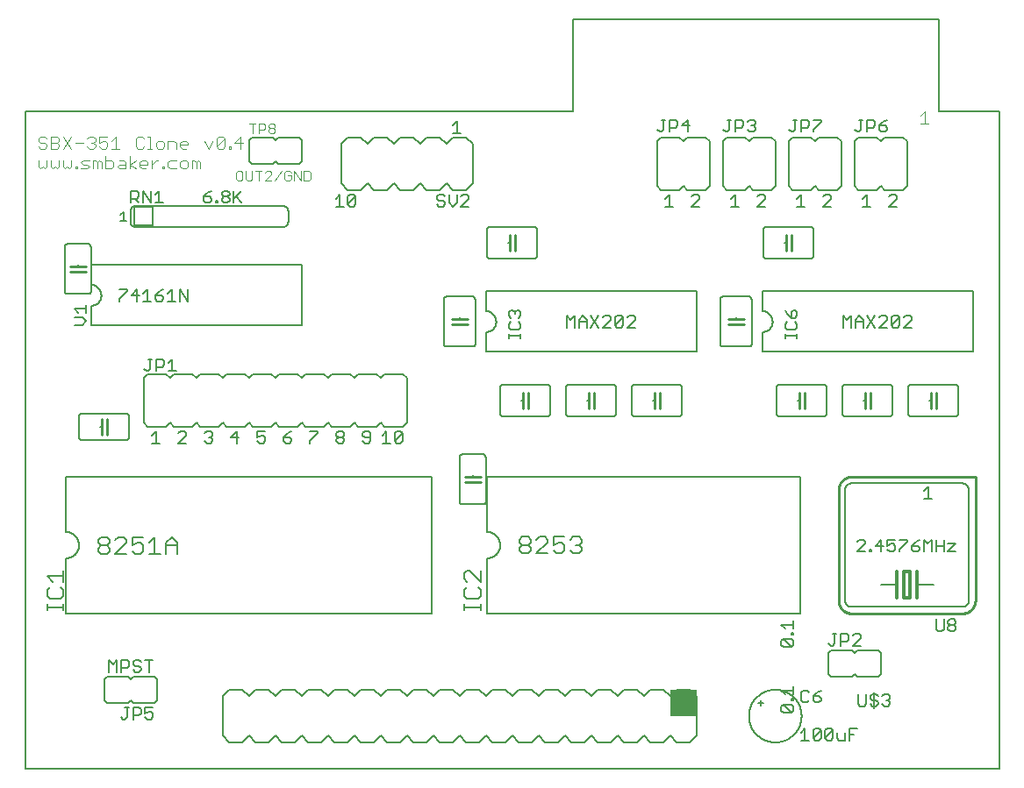
<source format=gto>
G04 EAGLE Gerber RS-274X export*
G75*
%MOMM*%
%FSLAX34Y34*%
%LPD*%
%INSilkscreen Top*%
%IPPOS*%
%AMOC8*
5,1,8,0,0,1.08239X$1,22.5*%
G01*
%ADD10C,0.101600*%
%ADD11C,0.152400*%
%ADD12C,0.254000*%
%ADD13C,0.304800*%
%ADD14C,0.127000*%
%ADD15C,0.177800*%
%ADD16R,2.540000X2.540000*%


D10*
X21004Y608423D02*
X19055Y610372D01*
X15157Y610372D01*
X13208Y608423D01*
X13208Y606474D01*
X15157Y604525D01*
X19055Y604525D01*
X21004Y602576D01*
X21004Y600627D01*
X19055Y598678D01*
X15157Y598678D01*
X13208Y600627D01*
X24902Y598678D02*
X24902Y610372D01*
X30749Y610372D01*
X32698Y608423D01*
X32698Y606474D01*
X30749Y604525D01*
X32698Y602576D01*
X32698Y600627D01*
X30749Y598678D01*
X24902Y598678D01*
X24902Y604525D02*
X30749Y604525D01*
X36596Y610372D02*
X44392Y598678D01*
X36596Y598678D02*
X44392Y610372D01*
X48290Y604525D02*
X56086Y604525D01*
X59984Y608423D02*
X61933Y610372D01*
X65831Y610372D01*
X67780Y608423D01*
X67780Y606474D01*
X65831Y604525D01*
X63882Y604525D01*
X65831Y604525D02*
X67780Y602576D01*
X67780Y600627D01*
X65831Y598678D01*
X61933Y598678D01*
X59984Y600627D01*
X71678Y610372D02*
X79474Y610372D01*
X71678Y610372D02*
X71678Y604525D01*
X75576Y606474D01*
X77525Y606474D01*
X79474Y604525D01*
X79474Y600627D01*
X77525Y598678D01*
X73627Y598678D01*
X71678Y600627D01*
X83372Y606474D02*
X87270Y610372D01*
X87270Y598678D01*
X83372Y598678D02*
X91168Y598678D01*
X112607Y610372D02*
X114556Y608423D01*
X112607Y610372D02*
X108709Y610372D01*
X106760Y608423D01*
X106760Y600627D01*
X108709Y598678D01*
X112607Y598678D01*
X114556Y600627D01*
X118454Y610372D02*
X120403Y610372D01*
X120403Y598678D01*
X118454Y598678D02*
X122352Y598678D01*
X128199Y598678D02*
X132097Y598678D01*
X134046Y600627D01*
X134046Y604525D01*
X132097Y606474D01*
X128199Y606474D01*
X126250Y604525D01*
X126250Y600627D01*
X128199Y598678D01*
X137944Y598678D02*
X137944Y606474D01*
X143791Y606474D01*
X145740Y604525D01*
X145740Y598678D01*
X151587Y598678D02*
X155485Y598678D01*
X151587Y598678D02*
X149638Y600627D01*
X149638Y604525D01*
X151587Y606474D01*
X155485Y606474D01*
X157434Y604525D01*
X157434Y602576D01*
X149638Y602576D01*
X173026Y606474D02*
X176924Y598678D01*
X180822Y606474D01*
X184720Y608423D02*
X184720Y600627D01*
X184720Y608423D02*
X186669Y610372D01*
X190567Y610372D01*
X192516Y608423D01*
X192516Y600627D01*
X190567Y598678D01*
X186669Y598678D01*
X184720Y600627D01*
X192516Y608423D01*
X196414Y600627D02*
X196414Y598678D01*
X196414Y600627D02*
X198362Y600627D01*
X198362Y598678D01*
X196414Y598678D01*
X208107Y598678D02*
X208107Y610372D01*
X202260Y604525D01*
X210056Y604525D01*
X13208Y587424D02*
X13208Y581577D01*
X15157Y579628D01*
X17106Y581577D01*
X19055Y579628D01*
X21004Y581577D01*
X21004Y587424D01*
X24902Y587424D02*
X24902Y581577D01*
X26851Y579628D01*
X28800Y581577D01*
X30749Y579628D01*
X32698Y581577D01*
X32698Y587424D01*
X36596Y587424D02*
X36596Y581577D01*
X38545Y579628D01*
X40494Y581577D01*
X42443Y579628D01*
X44392Y581577D01*
X44392Y587424D01*
X48290Y581577D02*
X48290Y579628D01*
X48290Y581577D02*
X50239Y581577D01*
X50239Y579628D01*
X48290Y579628D01*
X54137Y579628D02*
X59984Y579628D01*
X61933Y581577D01*
X59984Y583526D01*
X56086Y583526D01*
X54137Y585475D01*
X56086Y587424D01*
X61933Y587424D01*
X65831Y587424D02*
X65831Y579628D01*
X65831Y587424D02*
X67780Y587424D01*
X69729Y585475D01*
X69729Y579628D01*
X69729Y585475D02*
X71678Y587424D01*
X73627Y585475D01*
X73627Y579628D01*
X77525Y579628D02*
X77525Y591322D01*
X77525Y579628D02*
X83372Y579628D01*
X85321Y581577D01*
X85321Y585475D01*
X83372Y587424D01*
X77525Y587424D01*
X91168Y587424D02*
X95066Y587424D01*
X97015Y585475D01*
X97015Y579628D01*
X91168Y579628D01*
X89219Y581577D01*
X91168Y583526D01*
X97015Y583526D01*
X100913Y579628D02*
X100913Y591322D01*
X100913Y583526D02*
X106760Y579628D01*
X100913Y583526D02*
X106760Y587424D01*
X112607Y579628D02*
X116505Y579628D01*
X112607Y579628D02*
X110658Y581577D01*
X110658Y585475D01*
X112607Y587424D01*
X116505Y587424D01*
X118454Y585475D01*
X118454Y583526D01*
X110658Y583526D01*
X122352Y579628D02*
X122352Y587424D01*
X122352Y583526D02*
X126250Y587424D01*
X128199Y587424D01*
X132097Y581577D02*
X132097Y579628D01*
X132097Y581577D02*
X134046Y581577D01*
X134046Y579628D01*
X132097Y579628D01*
X139893Y587424D02*
X145740Y587424D01*
X139893Y587424D02*
X137944Y585475D01*
X137944Y581577D01*
X139893Y579628D01*
X145740Y579628D01*
X151587Y579628D02*
X155485Y579628D01*
X157434Y581577D01*
X157434Y585475D01*
X155485Y587424D01*
X151587Y587424D01*
X149638Y585475D01*
X149638Y581577D01*
X151587Y579628D01*
X161332Y579628D02*
X161332Y587424D01*
X163281Y587424D01*
X165230Y585475D01*
X165230Y579628D01*
X165230Y585475D02*
X167179Y587424D01*
X169128Y585475D01*
X169128Y579628D01*
D11*
X63500Y504190D02*
X63500Y461010D01*
X38100Y461010D02*
X38100Y504190D01*
X40640Y458470D02*
X60960Y458470D01*
X60960Y506730D02*
X40640Y506730D01*
X63500Y461010D02*
X63498Y460910D01*
X63492Y460811D01*
X63482Y460711D01*
X63469Y460613D01*
X63451Y460514D01*
X63430Y460417D01*
X63405Y460321D01*
X63376Y460225D01*
X63343Y460131D01*
X63307Y460038D01*
X63267Y459947D01*
X63223Y459857D01*
X63176Y459769D01*
X63126Y459683D01*
X63072Y459599D01*
X63015Y459517D01*
X62955Y459438D01*
X62891Y459360D01*
X62825Y459286D01*
X62756Y459214D01*
X62684Y459145D01*
X62610Y459079D01*
X62532Y459015D01*
X62453Y458955D01*
X62371Y458898D01*
X62287Y458844D01*
X62201Y458794D01*
X62113Y458747D01*
X62023Y458703D01*
X61932Y458663D01*
X61839Y458627D01*
X61745Y458594D01*
X61649Y458565D01*
X61553Y458540D01*
X61456Y458519D01*
X61357Y458501D01*
X61259Y458488D01*
X61159Y458478D01*
X61060Y458472D01*
X60960Y458470D01*
X63500Y504190D02*
X63498Y504290D01*
X63492Y504389D01*
X63482Y504489D01*
X63469Y504587D01*
X63451Y504686D01*
X63430Y504783D01*
X63405Y504879D01*
X63376Y504975D01*
X63343Y505069D01*
X63307Y505162D01*
X63267Y505253D01*
X63223Y505343D01*
X63176Y505431D01*
X63126Y505517D01*
X63072Y505601D01*
X63015Y505683D01*
X62955Y505762D01*
X62891Y505840D01*
X62825Y505914D01*
X62756Y505986D01*
X62684Y506055D01*
X62610Y506121D01*
X62532Y506185D01*
X62453Y506245D01*
X62371Y506302D01*
X62287Y506356D01*
X62201Y506406D01*
X62113Y506453D01*
X62023Y506497D01*
X61932Y506537D01*
X61839Y506573D01*
X61745Y506606D01*
X61649Y506635D01*
X61553Y506660D01*
X61456Y506681D01*
X61357Y506699D01*
X61259Y506712D01*
X61159Y506722D01*
X61060Y506728D01*
X60960Y506730D01*
X38100Y461010D02*
X38102Y460910D01*
X38108Y460811D01*
X38118Y460711D01*
X38131Y460613D01*
X38149Y460514D01*
X38170Y460417D01*
X38195Y460321D01*
X38224Y460225D01*
X38257Y460131D01*
X38293Y460038D01*
X38333Y459947D01*
X38377Y459857D01*
X38424Y459769D01*
X38474Y459683D01*
X38528Y459599D01*
X38585Y459517D01*
X38645Y459438D01*
X38709Y459360D01*
X38775Y459286D01*
X38844Y459214D01*
X38916Y459145D01*
X38990Y459079D01*
X39068Y459015D01*
X39147Y458955D01*
X39229Y458898D01*
X39313Y458844D01*
X39399Y458794D01*
X39487Y458747D01*
X39577Y458703D01*
X39668Y458663D01*
X39761Y458627D01*
X39855Y458594D01*
X39951Y458565D01*
X40047Y458540D01*
X40144Y458519D01*
X40243Y458501D01*
X40341Y458488D01*
X40441Y458478D01*
X40540Y458472D01*
X40640Y458470D01*
X38100Y504190D02*
X38102Y504290D01*
X38108Y504389D01*
X38118Y504489D01*
X38131Y504587D01*
X38149Y504686D01*
X38170Y504783D01*
X38195Y504879D01*
X38224Y504975D01*
X38257Y505069D01*
X38293Y505162D01*
X38333Y505253D01*
X38377Y505343D01*
X38424Y505431D01*
X38474Y505517D01*
X38528Y505601D01*
X38585Y505683D01*
X38645Y505762D01*
X38709Y505840D01*
X38775Y505914D01*
X38844Y505986D01*
X38916Y506055D01*
X38990Y506121D01*
X39068Y506185D01*
X39147Y506245D01*
X39229Y506302D01*
X39313Y506356D01*
X39399Y506406D01*
X39487Y506453D01*
X39577Y506497D01*
X39668Y506537D01*
X39761Y506573D01*
X39855Y506606D01*
X39951Y506635D01*
X40047Y506660D01*
X40144Y506681D01*
X40243Y506699D01*
X40341Y506712D01*
X40441Y506722D01*
X40540Y506728D01*
X40640Y506730D01*
X50800Y480060D02*
X50800Y478790D01*
D12*
X50800Y480060D02*
X58420Y480060D01*
X50800Y480060D02*
X43180Y480060D01*
X50800Y485140D02*
X58420Y485140D01*
X50800Y485140D02*
X43180Y485140D01*
D11*
X50800Y485140D02*
X50800Y486410D01*
X54610Y317500D02*
X97790Y317500D01*
X97790Y342900D02*
X54610Y342900D01*
X52070Y340360D02*
X52070Y320040D01*
X100330Y320040D02*
X100330Y340360D01*
X54610Y317500D02*
X54510Y317502D01*
X54411Y317508D01*
X54311Y317518D01*
X54213Y317531D01*
X54114Y317549D01*
X54017Y317570D01*
X53921Y317595D01*
X53825Y317624D01*
X53731Y317657D01*
X53638Y317693D01*
X53547Y317733D01*
X53457Y317777D01*
X53369Y317824D01*
X53283Y317874D01*
X53199Y317928D01*
X53117Y317985D01*
X53038Y318045D01*
X52960Y318109D01*
X52886Y318175D01*
X52814Y318244D01*
X52745Y318316D01*
X52679Y318390D01*
X52615Y318468D01*
X52555Y318547D01*
X52498Y318629D01*
X52444Y318713D01*
X52394Y318799D01*
X52347Y318887D01*
X52303Y318977D01*
X52263Y319068D01*
X52227Y319161D01*
X52194Y319255D01*
X52165Y319351D01*
X52140Y319447D01*
X52119Y319544D01*
X52101Y319643D01*
X52088Y319741D01*
X52078Y319841D01*
X52072Y319940D01*
X52070Y320040D01*
X97790Y317500D02*
X97890Y317502D01*
X97989Y317508D01*
X98089Y317518D01*
X98187Y317531D01*
X98286Y317549D01*
X98383Y317570D01*
X98479Y317595D01*
X98575Y317624D01*
X98669Y317657D01*
X98762Y317693D01*
X98853Y317733D01*
X98943Y317777D01*
X99031Y317824D01*
X99117Y317874D01*
X99201Y317928D01*
X99283Y317985D01*
X99362Y318045D01*
X99440Y318109D01*
X99514Y318175D01*
X99586Y318244D01*
X99655Y318316D01*
X99721Y318390D01*
X99785Y318468D01*
X99845Y318547D01*
X99902Y318629D01*
X99956Y318713D01*
X100006Y318799D01*
X100053Y318887D01*
X100097Y318977D01*
X100137Y319068D01*
X100173Y319161D01*
X100206Y319255D01*
X100235Y319351D01*
X100260Y319447D01*
X100281Y319544D01*
X100299Y319643D01*
X100312Y319741D01*
X100322Y319841D01*
X100328Y319940D01*
X100330Y320040D01*
X54610Y342900D02*
X54510Y342898D01*
X54411Y342892D01*
X54311Y342882D01*
X54213Y342869D01*
X54114Y342851D01*
X54017Y342830D01*
X53921Y342805D01*
X53825Y342776D01*
X53731Y342743D01*
X53638Y342707D01*
X53547Y342667D01*
X53457Y342623D01*
X53369Y342576D01*
X53283Y342526D01*
X53199Y342472D01*
X53117Y342415D01*
X53038Y342355D01*
X52960Y342291D01*
X52886Y342225D01*
X52814Y342156D01*
X52745Y342084D01*
X52679Y342010D01*
X52615Y341932D01*
X52555Y341853D01*
X52498Y341771D01*
X52444Y341687D01*
X52394Y341601D01*
X52347Y341513D01*
X52303Y341423D01*
X52263Y341332D01*
X52227Y341239D01*
X52194Y341145D01*
X52165Y341049D01*
X52140Y340953D01*
X52119Y340856D01*
X52101Y340757D01*
X52088Y340659D01*
X52078Y340559D01*
X52072Y340460D01*
X52070Y340360D01*
X97790Y342900D02*
X97890Y342898D01*
X97989Y342892D01*
X98089Y342882D01*
X98187Y342869D01*
X98286Y342851D01*
X98383Y342830D01*
X98479Y342805D01*
X98575Y342776D01*
X98669Y342743D01*
X98762Y342707D01*
X98853Y342667D01*
X98943Y342623D01*
X99031Y342576D01*
X99117Y342526D01*
X99201Y342472D01*
X99283Y342415D01*
X99362Y342355D01*
X99440Y342291D01*
X99514Y342225D01*
X99586Y342156D01*
X99655Y342084D01*
X99721Y342010D01*
X99785Y341932D01*
X99845Y341853D01*
X99902Y341771D01*
X99956Y341687D01*
X100006Y341601D01*
X100053Y341513D01*
X100097Y341423D01*
X100137Y341332D01*
X100173Y341239D01*
X100206Y341145D01*
X100235Y341049D01*
X100260Y340953D01*
X100281Y340856D01*
X100299Y340757D01*
X100312Y340659D01*
X100322Y340559D01*
X100328Y340460D01*
X100330Y340360D01*
X73660Y330200D02*
X72390Y330200D01*
D12*
X73660Y330200D02*
X73660Y322580D01*
X73660Y330200D02*
X73660Y337820D01*
X78740Y330200D02*
X78740Y322580D01*
X78740Y330200D02*
X78740Y337820D01*
D11*
X78740Y330200D02*
X80010Y330200D01*
X444500Y300990D02*
X444500Y257810D01*
X419100Y257810D02*
X419100Y300990D01*
X421640Y255270D02*
X441960Y255270D01*
X441960Y303530D02*
X421640Y303530D01*
X444500Y257810D02*
X444498Y257710D01*
X444492Y257611D01*
X444482Y257511D01*
X444469Y257413D01*
X444451Y257314D01*
X444430Y257217D01*
X444405Y257121D01*
X444376Y257025D01*
X444343Y256931D01*
X444307Y256838D01*
X444267Y256747D01*
X444223Y256657D01*
X444176Y256569D01*
X444126Y256483D01*
X444072Y256399D01*
X444015Y256317D01*
X443955Y256238D01*
X443891Y256160D01*
X443825Y256086D01*
X443756Y256014D01*
X443684Y255945D01*
X443610Y255879D01*
X443532Y255815D01*
X443453Y255755D01*
X443371Y255698D01*
X443287Y255644D01*
X443201Y255594D01*
X443113Y255547D01*
X443023Y255503D01*
X442932Y255463D01*
X442839Y255427D01*
X442745Y255394D01*
X442649Y255365D01*
X442553Y255340D01*
X442456Y255319D01*
X442357Y255301D01*
X442259Y255288D01*
X442159Y255278D01*
X442060Y255272D01*
X441960Y255270D01*
X444500Y300990D02*
X444498Y301090D01*
X444492Y301189D01*
X444482Y301289D01*
X444469Y301387D01*
X444451Y301486D01*
X444430Y301583D01*
X444405Y301679D01*
X444376Y301775D01*
X444343Y301869D01*
X444307Y301962D01*
X444267Y302053D01*
X444223Y302143D01*
X444176Y302231D01*
X444126Y302317D01*
X444072Y302401D01*
X444015Y302483D01*
X443955Y302562D01*
X443891Y302640D01*
X443825Y302714D01*
X443756Y302786D01*
X443684Y302855D01*
X443610Y302921D01*
X443532Y302985D01*
X443453Y303045D01*
X443371Y303102D01*
X443287Y303156D01*
X443201Y303206D01*
X443113Y303253D01*
X443023Y303297D01*
X442932Y303337D01*
X442839Y303373D01*
X442745Y303406D01*
X442649Y303435D01*
X442553Y303460D01*
X442456Y303481D01*
X442357Y303499D01*
X442259Y303512D01*
X442159Y303522D01*
X442060Y303528D01*
X441960Y303530D01*
X419100Y257810D02*
X419102Y257710D01*
X419108Y257611D01*
X419118Y257511D01*
X419131Y257413D01*
X419149Y257314D01*
X419170Y257217D01*
X419195Y257121D01*
X419224Y257025D01*
X419257Y256931D01*
X419293Y256838D01*
X419333Y256747D01*
X419377Y256657D01*
X419424Y256569D01*
X419474Y256483D01*
X419528Y256399D01*
X419585Y256317D01*
X419645Y256238D01*
X419709Y256160D01*
X419775Y256086D01*
X419844Y256014D01*
X419916Y255945D01*
X419990Y255879D01*
X420068Y255815D01*
X420147Y255755D01*
X420229Y255698D01*
X420313Y255644D01*
X420399Y255594D01*
X420487Y255547D01*
X420577Y255503D01*
X420668Y255463D01*
X420761Y255427D01*
X420855Y255394D01*
X420951Y255365D01*
X421047Y255340D01*
X421144Y255319D01*
X421243Y255301D01*
X421341Y255288D01*
X421441Y255278D01*
X421540Y255272D01*
X421640Y255270D01*
X419100Y300990D02*
X419102Y301090D01*
X419108Y301189D01*
X419118Y301289D01*
X419131Y301387D01*
X419149Y301486D01*
X419170Y301583D01*
X419195Y301679D01*
X419224Y301775D01*
X419257Y301869D01*
X419293Y301962D01*
X419333Y302053D01*
X419377Y302143D01*
X419424Y302231D01*
X419474Y302317D01*
X419528Y302401D01*
X419585Y302483D01*
X419645Y302562D01*
X419709Y302640D01*
X419775Y302714D01*
X419844Y302786D01*
X419916Y302855D01*
X419990Y302921D01*
X420068Y302985D01*
X420147Y303045D01*
X420229Y303102D01*
X420313Y303156D01*
X420399Y303206D01*
X420487Y303253D01*
X420577Y303297D01*
X420668Y303337D01*
X420761Y303373D01*
X420855Y303406D01*
X420951Y303435D01*
X421047Y303460D01*
X421144Y303481D01*
X421243Y303499D01*
X421341Y303512D01*
X421441Y303522D01*
X421540Y303528D01*
X421640Y303530D01*
X431800Y276860D02*
X431800Y275590D01*
D12*
X431800Y276860D02*
X439420Y276860D01*
X431800Y276860D02*
X424180Y276860D01*
X431800Y281940D02*
X439420Y281940D01*
X431800Y281940D02*
X424180Y281940D01*
D11*
X431800Y281940D02*
X431800Y283210D01*
D12*
X797560Y281940D02*
X916940Y281940D01*
X784860Y269240D02*
X784860Y162560D01*
X797560Y149860D02*
X904240Y149860D01*
X916940Y162560D02*
X916940Y281940D01*
D11*
X904240Y275590D02*
X797560Y275590D01*
X791210Y269240D02*
X791210Y162560D01*
X797560Y156210D02*
X904240Y156210D01*
X910590Y162560D02*
X910590Y269240D01*
D12*
X797560Y281940D02*
X797253Y281936D01*
X796946Y281925D01*
X796640Y281907D01*
X796334Y281881D01*
X796029Y281847D01*
X795725Y281807D01*
X795422Y281759D01*
X795120Y281703D01*
X794820Y281641D01*
X794521Y281571D01*
X794224Y281494D01*
X793928Y281410D01*
X793635Y281318D01*
X793345Y281220D01*
X793057Y281115D01*
X792771Y281002D01*
X792488Y280883D01*
X792208Y280757D01*
X791931Y280625D01*
X791658Y280485D01*
X791388Y280339D01*
X791122Y280187D01*
X790859Y280028D01*
X790600Y279863D01*
X790346Y279692D01*
X790095Y279515D01*
X789849Y279331D01*
X789607Y279142D01*
X789371Y278947D01*
X789138Y278746D01*
X788911Y278540D01*
X788689Y278328D01*
X788472Y278111D01*
X788260Y277889D01*
X788054Y277662D01*
X787853Y277429D01*
X787658Y277193D01*
X787469Y276951D01*
X787285Y276705D01*
X787108Y276454D01*
X786937Y276200D01*
X786772Y275941D01*
X786613Y275678D01*
X786461Y275412D01*
X786315Y275142D01*
X786175Y274869D01*
X786043Y274592D01*
X785917Y274312D01*
X785798Y274029D01*
X785685Y273743D01*
X785580Y273455D01*
X785482Y273165D01*
X785390Y272872D01*
X785306Y272576D01*
X785229Y272279D01*
X785159Y271980D01*
X785097Y271680D01*
X785041Y271378D01*
X784993Y271075D01*
X784953Y270771D01*
X784919Y270466D01*
X784893Y270160D01*
X784875Y269854D01*
X784864Y269547D01*
X784860Y269240D01*
D11*
X791210Y269240D02*
X791212Y269398D01*
X791218Y269557D01*
X791228Y269715D01*
X791242Y269872D01*
X791259Y270030D01*
X791281Y270186D01*
X791306Y270343D01*
X791336Y270498D01*
X791369Y270653D01*
X791406Y270807D01*
X791447Y270960D01*
X791492Y271112D01*
X791541Y271262D01*
X791593Y271412D01*
X791649Y271560D01*
X791709Y271707D01*
X791772Y271852D01*
X791839Y271995D01*
X791909Y272137D01*
X791983Y272277D01*
X792061Y272415D01*
X792142Y272551D01*
X792226Y272685D01*
X792313Y272817D01*
X792404Y272947D01*
X792498Y273074D01*
X792595Y273199D01*
X792696Y273322D01*
X792799Y273442D01*
X792905Y273559D01*
X793014Y273674D01*
X793126Y273786D01*
X793241Y273895D01*
X793358Y274001D01*
X793478Y274104D01*
X793601Y274205D01*
X793726Y274302D01*
X793853Y274396D01*
X793983Y274487D01*
X794115Y274574D01*
X794249Y274658D01*
X794385Y274739D01*
X794523Y274817D01*
X794663Y274891D01*
X794805Y274961D01*
X794948Y275028D01*
X795093Y275091D01*
X795240Y275151D01*
X795388Y275207D01*
X795538Y275259D01*
X795688Y275308D01*
X795840Y275353D01*
X795993Y275394D01*
X796147Y275431D01*
X796302Y275464D01*
X796457Y275494D01*
X796614Y275519D01*
X796770Y275541D01*
X796928Y275558D01*
X797085Y275572D01*
X797243Y275582D01*
X797402Y275588D01*
X797560Y275590D01*
X791210Y162560D02*
X791212Y162402D01*
X791218Y162243D01*
X791228Y162085D01*
X791242Y161928D01*
X791259Y161770D01*
X791281Y161614D01*
X791306Y161457D01*
X791336Y161302D01*
X791369Y161147D01*
X791406Y160993D01*
X791447Y160840D01*
X791492Y160688D01*
X791541Y160538D01*
X791593Y160388D01*
X791649Y160240D01*
X791709Y160093D01*
X791772Y159948D01*
X791839Y159805D01*
X791909Y159663D01*
X791983Y159523D01*
X792061Y159385D01*
X792142Y159249D01*
X792226Y159115D01*
X792313Y158983D01*
X792404Y158853D01*
X792498Y158726D01*
X792595Y158601D01*
X792696Y158478D01*
X792799Y158358D01*
X792905Y158241D01*
X793014Y158126D01*
X793126Y158014D01*
X793241Y157905D01*
X793358Y157799D01*
X793478Y157696D01*
X793601Y157595D01*
X793726Y157498D01*
X793853Y157404D01*
X793983Y157313D01*
X794115Y157226D01*
X794249Y157142D01*
X794385Y157061D01*
X794523Y156983D01*
X794663Y156909D01*
X794805Y156839D01*
X794948Y156772D01*
X795093Y156709D01*
X795240Y156649D01*
X795388Y156593D01*
X795538Y156541D01*
X795688Y156492D01*
X795840Y156447D01*
X795993Y156406D01*
X796147Y156369D01*
X796302Y156336D01*
X796457Y156306D01*
X796614Y156281D01*
X796770Y156259D01*
X796928Y156242D01*
X797085Y156228D01*
X797243Y156218D01*
X797402Y156212D01*
X797560Y156210D01*
D12*
X797560Y149860D02*
X797253Y149864D01*
X796946Y149875D01*
X796640Y149893D01*
X796334Y149919D01*
X796029Y149953D01*
X795725Y149993D01*
X795422Y150041D01*
X795120Y150097D01*
X794820Y150159D01*
X794521Y150229D01*
X794224Y150306D01*
X793928Y150390D01*
X793635Y150482D01*
X793345Y150580D01*
X793057Y150685D01*
X792771Y150798D01*
X792488Y150917D01*
X792208Y151043D01*
X791931Y151175D01*
X791658Y151315D01*
X791388Y151461D01*
X791122Y151613D01*
X790859Y151772D01*
X790600Y151937D01*
X790346Y152108D01*
X790095Y152285D01*
X789849Y152469D01*
X789607Y152658D01*
X789371Y152853D01*
X789138Y153054D01*
X788911Y153260D01*
X788689Y153472D01*
X788472Y153689D01*
X788260Y153911D01*
X788054Y154138D01*
X787853Y154371D01*
X787658Y154607D01*
X787469Y154849D01*
X787285Y155095D01*
X787108Y155346D01*
X786937Y155600D01*
X786772Y155859D01*
X786613Y156122D01*
X786461Y156388D01*
X786315Y156658D01*
X786175Y156931D01*
X786043Y157208D01*
X785917Y157488D01*
X785798Y157771D01*
X785685Y158057D01*
X785580Y158345D01*
X785482Y158635D01*
X785390Y158928D01*
X785306Y159224D01*
X785229Y159521D01*
X785159Y159820D01*
X785097Y160120D01*
X785041Y160422D01*
X784993Y160725D01*
X784953Y161029D01*
X784919Y161334D01*
X784893Y161640D01*
X784875Y161946D01*
X784864Y162253D01*
X784860Y162560D01*
D11*
X904240Y156210D02*
X904398Y156212D01*
X904557Y156218D01*
X904715Y156228D01*
X904872Y156242D01*
X905030Y156259D01*
X905186Y156281D01*
X905343Y156306D01*
X905498Y156336D01*
X905653Y156369D01*
X905807Y156406D01*
X905960Y156447D01*
X906112Y156492D01*
X906262Y156541D01*
X906412Y156593D01*
X906560Y156649D01*
X906707Y156709D01*
X906852Y156772D01*
X906995Y156839D01*
X907137Y156909D01*
X907277Y156983D01*
X907415Y157061D01*
X907551Y157142D01*
X907685Y157226D01*
X907817Y157313D01*
X907947Y157404D01*
X908074Y157498D01*
X908199Y157595D01*
X908322Y157696D01*
X908442Y157799D01*
X908559Y157905D01*
X908674Y158014D01*
X908786Y158126D01*
X908895Y158241D01*
X909001Y158358D01*
X909104Y158478D01*
X909205Y158601D01*
X909302Y158726D01*
X909396Y158853D01*
X909487Y158983D01*
X909574Y159115D01*
X909658Y159249D01*
X909739Y159385D01*
X909817Y159523D01*
X909891Y159663D01*
X909961Y159805D01*
X910028Y159948D01*
X910091Y160093D01*
X910151Y160240D01*
X910207Y160388D01*
X910259Y160538D01*
X910308Y160688D01*
X910353Y160840D01*
X910394Y160993D01*
X910431Y161147D01*
X910464Y161302D01*
X910494Y161457D01*
X910519Y161614D01*
X910541Y161770D01*
X910558Y161928D01*
X910572Y162085D01*
X910582Y162243D01*
X910588Y162402D01*
X910590Y162560D01*
D12*
X916940Y162560D02*
X916936Y162253D01*
X916925Y161946D01*
X916907Y161640D01*
X916881Y161334D01*
X916847Y161029D01*
X916807Y160725D01*
X916759Y160422D01*
X916703Y160120D01*
X916641Y159820D01*
X916571Y159521D01*
X916494Y159224D01*
X916410Y158928D01*
X916318Y158635D01*
X916220Y158345D01*
X916115Y158057D01*
X916002Y157771D01*
X915883Y157488D01*
X915757Y157208D01*
X915625Y156931D01*
X915485Y156658D01*
X915339Y156388D01*
X915187Y156122D01*
X915028Y155859D01*
X914863Y155600D01*
X914692Y155346D01*
X914515Y155095D01*
X914331Y154849D01*
X914142Y154607D01*
X913947Y154371D01*
X913746Y154138D01*
X913540Y153911D01*
X913328Y153689D01*
X913111Y153472D01*
X912889Y153260D01*
X912662Y153054D01*
X912429Y152853D01*
X912193Y152658D01*
X911951Y152469D01*
X911705Y152285D01*
X911454Y152108D01*
X911200Y151937D01*
X910941Y151772D01*
X910678Y151613D01*
X910412Y151461D01*
X910142Y151315D01*
X909869Y151175D01*
X909592Y151043D01*
X909312Y150917D01*
X909029Y150798D01*
X908743Y150685D01*
X908455Y150580D01*
X908165Y150482D01*
X907872Y150390D01*
X907576Y150306D01*
X907279Y150229D01*
X906980Y150159D01*
X906680Y150097D01*
X906378Y150041D01*
X906075Y149993D01*
X905771Y149953D01*
X905466Y149919D01*
X905160Y149893D01*
X904854Y149875D01*
X904547Y149864D01*
X904240Y149860D01*
D11*
X910590Y269240D02*
X910588Y269398D01*
X910582Y269557D01*
X910572Y269715D01*
X910558Y269872D01*
X910541Y270030D01*
X910519Y270186D01*
X910494Y270343D01*
X910464Y270498D01*
X910431Y270653D01*
X910394Y270807D01*
X910353Y270960D01*
X910308Y271112D01*
X910259Y271262D01*
X910207Y271412D01*
X910151Y271560D01*
X910091Y271707D01*
X910028Y271852D01*
X909961Y271995D01*
X909891Y272137D01*
X909817Y272277D01*
X909739Y272415D01*
X909658Y272551D01*
X909574Y272685D01*
X909487Y272817D01*
X909396Y272947D01*
X909302Y273074D01*
X909205Y273199D01*
X909104Y273322D01*
X909001Y273442D01*
X908895Y273559D01*
X908786Y273674D01*
X908674Y273786D01*
X908559Y273895D01*
X908442Y274001D01*
X908322Y274104D01*
X908199Y274205D01*
X908074Y274302D01*
X907947Y274396D01*
X907817Y274487D01*
X907685Y274574D01*
X907551Y274658D01*
X907415Y274739D01*
X907277Y274817D01*
X907137Y274891D01*
X906995Y274961D01*
X906852Y275028D01*
X906707Y275091D01*
X906560Y275151D01*
X906412Y275207D01*
X906262Y275259D01*
X906112Y275308D01*
X905960Y275353D01*
X905807Y275394D01*
X905653Y275431D01*
X905498Y275464D01*
X905343Y275494D01*
X905186Y275519D01*
X905030Y275541D01*
X904872Y275558D01*
X904715Y275572D01*
X904557Y275582D01*
X904398Y275588D01*
X904240Y275590D01*
D13*
X854202Y190500D02*
X854202Y165100D01*
X854202Y190500D02*
X847852Y190500D01*
X847852Y165100D01*
X854202Y165100D01*
X841502Y165100D02*
X841502Y177800D01*
X860298Y177800D02*
X860298Y165100D01*
D11*
X841502Y177800D02*
X825500Y177800D01*
D13*
X841502Y177800D02*
X841502Y190500D01*
D11*
X860298Y177800D02*
X876300Y177800D01*
D13*
X860298Y177800D02*
X860298Y190500D01*
D14*
X867781Y268612D02*
X871594Y272425D01*
X871594Y260985D01*
X867781Y260985D02*
X875408Y260985D01*
X878947Y144409D02*
X878947Y134876D01*
X880854Y132969D01*
X884667Y132969D01*
X886574Y134876D01*
X886574Y144409D01*
X890641Y142502D02*
X892548Y144409D01*
X896361Y144409D01*
X898268Y142502D01*
X898268Y140596D01*
X896361Y138689D01*
X898268Y136782D01*
X898268Y134876D01*
X896361Y132969D01*
X892548Y132969D01*
X890641Y134876D01*
X890641Y136782D01*
X892548Y138689D01*
X890641Y140596D01*
X890641Y142502D01*
X892548Y138689D02*
X896361Y138689D01*
X810563Y209423D02*
X802936Y209423D01*
X810563Y217050D01*
X810563Y218956D01*
X808656Y220863D01*
X804843Y220863D01*
X802936Y218956D01*
X814630Y211330D02*
X814630Y209423D01*
X814630Y211330D02*
X816537Y211330D01*
X816537Y209423D01*
X814630Y209423D01*
X826197Y209423D02*
X826197Y220863D01*
X820477Y215143D01*
X828104Y215143D01*
X832171Y220863D02*
X839797Y220863D01*
X832171Y220863D02*
X832171Y215143D01*
X835984Y217050D01*
X837891Y217050D01*
X839797Y215143D01*
X839797Y211330D01*
X837891Y209423D01*
X834078Y209423D01*
X832171Y211330D01*
X843865Y220863D02*
X851491Y220863D01*
X851491Y218956D01*
X843865Y211330D01*
X843865Y209423D01*
X859372Y218956D02*
X863185Y220863D01*
X859372Y218956D02*
X855559Y215143D01*
X855559Y211330D01*
X857466Y209423D01*
X861279Y209423D01*
X863185Y211330D01*
X863185Y213236D01*
X861279Y215143D01*
X855559Y215143D01*
X867253Y209423D02*
X867253Y220863D01*
X871066Y217050D01*
X874879Y220863D01*
X874879Y209423D01*
X878947Y209423D02*
X878947Y220863D01*
X878947Y215143D02*
X886573Y215143D01*
X886573Y220863D02*
X886573Y209423D01*
X890641Y217050D02*
X898267Y217050D01*
X890641Y209423D01*
X898267Y209423D01*
D11*
X709930Y63500D02*
X707390Y63500D01*
X709930Y63500D02*
X709930Y60960D01*
X709930Y63500D02*
X712470Y63500D01*
X709930Y63500D02*
X709930Y66040D01*
X698500Y50800D02*
X698508Y51423D01*
X698531Y52046D01*
X698569Y52669D01*
X698622Y53290D01*
X698691Y53909D01*
X698775Y54527D01*
X698874Y55142D01*
X698988Y55755D01*
X699117Y56365D01*
X699261Y56972D01*
X699420Y57575D01*
X699594Y58173D01*
X699782Y58768D01*
X699985Y59357D01*
X700202Y59941D01*
X700433Y60520D01*
X700679Y61093D01*
X700939Y61660D01*
X701212Y62220D01*
X701499Y62773D01*
X701800Y63320D01*
X702114Y63858D01*
X702441Y64389D01*
X702781Y64911D01*
X703133Y65426D01*
X703499Y65931D01*
X703876Y66427D01*
X704266Y66914D01*
X704667Y67391D01*
X705080Y67858D01*
X705504Y68314D01*
X705939Y68761D01*
X706386Y69196D01*
X706842Y69620D01*
X707309Y70033D01*
X707786Y70434D01*
X708273Y70824D01*
X708769Y71201D01*
X709274Y71567D01*
X709789Y71919D01*
X710311Y72259D01*
X710842Y72586D01*
X711380Y72900D01*
X711927Y73201D01*
X712480Y73488D01*
X713040Y73761D01*
X713607Y74021D01*
X714180Y74267D01*
X714759Y74498D01*
X715343Y74715D01*
X715932Y74918D01*
X716527Y75106D01*
X717125Y75280D01*
X717728Y75439D01*
X718335Y75583D01*
X718945Y75712D01*
X719558Y75826D01*
X720173Y75925D01*
X720791Y76009D01*
X721410Y76078D01*
X722031Y76131D01*
X722654Y76169D01*
X723277Y76192D01*
X723900Y76200D01*
X724523Y76192D01*
X725146Y76169D01*
X725769Y76131D01*
X726390Y76078D01*
X727009Y76009D01*
X727627Y75925D01*
X728242Y75826D01*
X728855Y75712D01*
X729465Y75583D01*
X730072Y75439D01*
X730675Y75280D01*
X731273Y75106D01*
X731868Y74918D01*
X732457Y74715D01*
X733041Y74498D01*
X733620Y74267D01*
X734193Y74021D01*
X734760Y73761D01*
X735320Y73488D01*
X735873Y73201D01*
X736420Y72900D01*
X736958Y72586D01*
X737489Y72259D01*
X738011Y71919D01*
X738526Y71567D01*
X739031Y71201D01*
X739527Y70824D01*
X740014Y70434D01*
X740491Y70033D01*
X740958Y69620D01*
X741414Y69196D01*
X741861Y68761D01*
X742296Y68314D01*
X742720Y67858D01*
X743133Y67391D01*
X743534Y66914D01*
X743924Y66427D01*
X744301Y65931D01*
X744667Y65426D01*
X745019Y64911D01*
X745359Y64389D01*
X745686Y63858D01*
X746000Y63320D01*
X746301Y62773D01*
X746588Y62220D01*
X746861Y61660D01*
X747121Y61093D01*
X747367Y60520D01*
X747598Y59941D01*
X747815Y59357D01*
X748018Y58768D01*
X748206Y58173D01*
X748380Y57575D01*
X748539Y56972D01*
X748683Y56365D01*
X748812Y55755D01*
X748926Y55142D01*
X749025Y54527D01*
X749109Y53909D01*
X749178Y53290D01*
X749231Y52669D01*
X749269Y52046D01*
X749292Y51423D01*
X749300Y50800D01*
X749292Y50177D01*
X749269Y49554D01*
X749231Y48931D01*
X749178Y48310D01*
X749109Y47691D01*
X749025Y47073D01*
X748926Y46458D01*
X748812Y45845D01*
X748683Y45235D01*
X748539Y44628D01*
X748380Y44025D01*
X748206Y43427D01*
X748018Y42832D01*
X747815Y42243D01*
X747598Y41659D01*
X747367Y41080D01*
X747121Y40507D01*
X746861Y39940D01*
X746588Y39380D01*
X746301Y38827D01*
X746000Y38280D01*
X745686Y37742D01*
X745359Y37211D01*
X745019Y36689D01*
X744667Y36174D01*
X744301Y35669D01*
X743924Y35173D01*
X743534Y34686D01*
X743133Y34209D01*
X742720Y33742D01*
X742296Y33286D01*
X741861Y32839D01*
X741414Y32404D01*
X740958Y31980D01*
X740491Y31567D01*
X740014Y31166D01*
X739527Y30776D01*
X739031Y30399D01*
X738526Y30033D01*
X738011Y29681D01*
X737489Y29341D01*
X736958Y29014D01*
X736420Y28700D01*
X735873Y28399D01*
X735320Y28112D01*
X734760Y27839D01*
X734193Y27579D01*
X733620Y27333D01*
X733041Y27102D01*
X732457Y26885D01*
X731868Y26682D01*
X731273Y26494D01*
X730675Y26320D01*
X730072Y26161D01*
X729465Y26017D01*
X728855Y25888D01*
X728242Y25774D01*
X727627Y25675D01*
X727009Y25591D01*
X726390Y25522D01*
X725769Y25469D01*
X725146Y25431D01*
X724523Y25408D01*
X723900Y25400D01*
X723277Y25408D01*
X722654Y25431D01*
X722031Y25469D01*
X721410Y25522D01*
X720791Y25591D01*
X720173Y25675D01*
X719558Y25774D01*
X718945Y25888D01*
X718335Y26017D01*
X717728Y26161D01*
X717125Y26320D01*
X716527Y26494D01*
X715932Y26682D01*
X715343Y26885D01*
X714759Y27102D01*
X714180Y27333D01*
X713607Y27579D01*
X713040Y27839D01*
X712480Y28112D01*
X711927Y28399D01*
X711380Y28700D01*
X710842Y29014D01*
X710311Y29341D01*
X709789Y29681D01*
X709274Y30033D01*
X708769Y30399D01*
X708273Y30776D01*
X707786Y31166D01*
X707309Y31567D01*
X706842Y31980D01*
X706386Y32404D01*
X705939Y32839D01*
X705504Y33286D01*
X705080Y33742D01*
X704667Y34209D01*
X704266Y34686D01*
X703876Y35173D01*
X703499Y35669D01*
X703133Y36174D01*
X702781Y36689D01*
X702441Y37211D01*
X702114Y37742D01*
X701800Y38280D01*
X701499Y38827D01*
X701212Y39380D01*
X700939Y39940D01*
X700679Y40507D01*
X700433Y41080D01*
X700202Y41659D01*
X699985Y42243D01*
X699782Y42832D01*
X699594Y43427D01*
X699420Y44025D01*
X699261Y44628D01*
X699117Y45235D01*
X698988Y45845D01*
X698874Y46458D01*
X698775Y47073D01*
X698691Y47691D01*
X698622Y48310D01*
X698569Y48931D01*
X698531Y49554D01*
X698508Y50177D01*
X698500Y50800D01*
D14*
X754385Y75575D02*
X756292Y73668D01*
X754385Y75575D02*
X750572Y75575D01*
X748665Y73668D01*
X748665Y66042D01*
X750572Y64135D01*
X754385Y64135D01*
X756292Y66042D01*
X764172Y73668D02*
X767985Y75575D01*
X764172Y73668D02*
X760359Y69855D01*
X760359Y66042D01*
X762266Y64135D01*
X766079Y64135D01*
X767985Y66042D01*
X767985Y67948D01*
X766079Y69855D01*
X760359Y69855D01*
X752478Y38745D02*
X748665Y34932D01*
X752478Y38745D02*
X752478Y27305D01*
X748665Y27305D02*
X756292Y27305D01*
X760359Y29212D02*
X760359Y36838D01*
X762266Y38745D01*
X766079Y38745D01*
X767985Y36838D01*
X767985Y29212D01*
X766079Y27305D01*
X762266Y27305D01*
X760359Y29212D01*
X767985Y36838D01*
X772053Y36838D02*
X772053Y29212D01*
X772053Y36838D02*
X773960Y38745D01*
X777773Y38745D01*
X779679Y36838D01*
X779679Y29212D01*
X777773Y27305D01*
X773960Y27305D01*
X772053Y29212D01*
X779679Y36838D01*
X783747Y34932D02*
X783747Y29212D01*
X785654Y27305D01*
X791373Y27305D01*
X791373Y34932D01*
X795441Y38745D02*
X795441Y27305D01*
X795441Y38745D02*
X803067Y38745D01*
X799254Y33025D02*
X795441Y33025D01*
D11*
X39370Y149860D02*
X39370Y203200D01*
X39679Y203204D01*
X39988Y203215D01*
X40297Y203234D01*
X40605Y203260D01*
X40913Y203294D01*
X41219Y203335D01*
X41525Y203384D01*
X41829Y203440D01*
X42131Y203504D01*
X42432Y203575D01*
X42732Y203653D01*
X43029Y203738D01*
X43324Y203831D01*
X43617Y203931D01*
X43907Y204038D01*
X44194Y204152D01*
X44479Y204273D01*
X44761Y204401D01*
X45039Y204535D01*
X45314Y204677D01*
X45586Y204825D01*
X45853Y204980D01*
X46117Y205141D01*
X46377Y205308D01*
X46633Y205482D01*
X46885Y205662D01*
X47132Y205848D01*
X47374Y206040D01*
X47612Y206238D01*
X47845Y206441D01*
X48073Y206651D01*
X48295Y206865D01*
X48513Y207085D01*
X48725Y207311D01*
X48931Y207541D01*
X49132Y207776D01*
X49327Y208016D01*
X49516Y208261D01*
X49699Y208510D01*
X49876Y208764D01*
X50046Y209022D01*
X50211Y209284D01*
X50369Y209550D01*
X50520Y209820D01*
X50665Y210093D01*
X50803Y210370D01*
X50934Y210650D01*
X51058Y210933D01*
X51176Y211219D01*
X51286Y211508D01*
X51390Y211799D01*
X51486Y212093D01*
X51575Y212389D01*
X51657Y212688D01*
X51732Y212988D01*
X51799Y213290D01*
X51859Y213593D01*
X51911Y213898D01*
X51956Y214204D01*
X51994Y214511D01*
X52024Y214819D01*
X52046Y215127D01*
X52062Y215436D01*
X52069Y215745D01*
X52069Y216055D01*
X52062Y216364D01*
X52046Y216673D01*
X52024Y216981D01*
X51994Y217289D01*
X51956Y217596D01*
X51911Y217902D01*
X51859Y218207D01*
X51799Y218510D01*
X51732Y218812D01*
X51657Y219112D01*
X51575Y219411D01*
X51486Y219707D01*
X51390Y220001D01*
X51286Y220292D01*
X51176Y220581D01*
X51058Y220867D01*
X50934Y221150D01*
X50803Y221430D01*
X50665Y221707D01*
X50520Y221980D01*
X50369Y222250D01*
X50211Y222516D01*
X50046Y222778D01*
X49876Y223036D01*
X49699Y223290D01*
X49516Y223539D01*
X49327Y223784D01*
X49132Y224024D01*
X48931Y224259D01*
X48725Y224489D01*
X48513Y224715D01*
X48295Y224935D01*
X48073Y225149D01*
X47845Y225359D01*
X47612Y225562D01*
X47374Y225760D01*
X47132Y225952D01*
X46885Y226138D01*
X46633Y226318D01*
X46377Y226492D01*
X46117Y226659D01*
X45853Y226820D01*
X45586Y226975D01*
X45314Y227123D01*
X45039Y227265D01*
X44761Y227399D01*
X44479Y227527D01*
X44194Y227648D01*
X43907Y227762D01*
X43617Y227869D01*
X43324Y227969D01*
X43029Y228062D01*
X42732Y228147D01*
X42432Y228225D01*
X42131Y228296D01*
X41829Y228360D01*
X41525Y228416D01*
X41219Y228465D01*
X40913Y228506D01*
X40605Y228540D01*
X40297Y228566D01*
X39988Y228585D01*
X39679Y228596D01*
X39370Y228600D01*
X392430Y281940D02*
X392430Y149860D01*
X39370Y228600D02*
X39370Y281940D01*
X392430Y281940D01*
X392430Y149860D02*
X39370Y149860D01*
D15*
X37211Y153289D02*
X37211Y158628D01*
X37211Y155958D02*
X21195Y155958D01*
X21195Y153289D02*
X21195Y158628D01*
X21195Y172211D02*
X23865Y174881D01*
X21195Y172211D02*
X21195Y166873D01*
X23865Y164203D01*
X34542Y164203D01*
X37211Y166873D01*
X37211Y172211D01*
X34542Y174881D01*
X26534Y180575D02*
X21195Y185914D01*
X37211Y185914D01*
X37211Y191252D02*
X37211Y180575D01*
X70739Y220737D02*
X73408Y223407D01*
X78747Y223407D01*
X81416Y220737D01*
X81416Y218068D01*
X78747Y215399D01*
X81416Y212730D01*
X81416Y210060D01*
X78747Y207391D01*
X73408Y207391D01*
X70739Y210060D01*
X70739Y212730D01*
X73408Y215399D01*
X70739Y218068D01*
X70739Y220737D01*
X73408Y215399D02*
X78747Y215399D01*
X87111Y207391D02*
X97788Y207391D01*
X87111Y207391D02*
X97788Y218068D01*
X97788Y220737D01*
X95118Y223407D01*
X89780Y223407D01*
X87111Y220737D01*
X103482Y223407D02*
X114159Y223407D01*
X103482Y223407D02*
X103482Y215399D01*
X108821Y218068D01*
X111490Y218068D01*
X114159Y215399D01*
X114159Y210060D01*
X111490Y207391D01*
X106151Y207391D01*
X103482Y210060D01*
X119854Y218068D02*
X125192Y223407D01*
X125192Y207391D01*
X119854Y207391D02*
X130531Y207391D01*
X136225Y207391D02*
X136225Y218068D01*
X141564Y223407D01*
X146902Y218068D01*
X146902Y207391D01*
X146902Y215399D02*
X136225Y215399D01*
D11*
X114300Y334010D02*
X114300Y377190D01*
X135890Y381000D02*
X139700Y377190D01*
X143510Y381000D01*
X161290Y381000D01*
X165100Y377190D01*
X168910Y381000D01*
X186690Y381000D01*
X190500Y377190D01*
X190500Y334010D02*
X186690Y330200D01*
X168910Y330200D01*
X165100Y334010D01*
X161290Y330200D01*
X143510Y330200D01*
X139700Y334010D01*
X135890Y330200D01*
X190500Y377190D02*
X194310Y381000D01*
X212090Y381000D01*
X215900Y377190D01*
X219710Y381000D01*
X237490Y381000D01*
X241300Y377190D01*
X194310Y330200D02*
X190500Y334010D01*
X194310Y330200D02*
X212090Y330200D01*
X215900Y334010D02*
X219710Y330200D01*
X215900Y334010D02*
X212090Y330200D01*
X219710Y330200D02*
X237490Y330200D01*
X241300Y334010D01*
X118110Y330200D02*
X114300Y334010D01*
X118110Y330200D02*
X135890Y330200D01*
X114300Y377190D02*
X118110Y381000D01*
X135890Y381000D01*
X368300Y377190D02*
X368300Y334010D01*
X368300Y377190D02*
X364490Y381000D01*
X368300Y334010D02*
X364490Y330200D01*
X342900Y334010D02*
X339090Y330200D01*
X317500Y334010D02*
X313690Y330200D01*
X292100Y334010D02*
X288290Y330200D01*
X266700Y334010D02*
X262890Y330200D01*
X339090Y381000D02*
X342900Y377190D01*
X317500Y377190D02*
X313690Y381000D01*
X292100Y377190D02*
X288290Y381000D01*
X266700Y377190D02*
X262890Y381000D01*
X245110Y381000D02*
X241300Y377190D01*
X266700Y377190D02*
X270510Y381000D01*
X292100Y377190D02*
X295910Y381000D01*
X317500Y377190D02*
X321310Y381000D01*
X342900Y377190D02*
X346710Y381000D01*
X245110Y330200D02*
X241300Y334010D01*
X266700Y334010D02*
X270510Y330200D01*
X292100Y334010D02*
X295910Y330200D01*
X317500Y334010D02*
X321310Y330200D01*
X342900Y334010D02*
X346710Y330200D01*
X262890Y381000D02*
X245110Y381000D01*
X270510Y381000D02*
X288290Y381000D01*
X295910Y381000D02*
X313690Y381000D01*
X321310Y381000D02*
X339090Y381000D01*
X346710Y381000D02*
X364490Y381000D01*
X262890Y330200D02*
X245110Y330200D01*
X270510Y330200D02*
X288290Y330200D01*
X295910Y330200D02*
X313690Y330200D01*
X321310Y330200D02*
X339090Y330200D01*
X346710Y330200D02*
X364490Y330200D01*
D14*
X126368Y325765D02*
X122555Y321952D01*
X126368Y325765D02*
X126368Y314325D01*
X122555Y314325D02*
X130182Y314325D01*
X147955Y314325D02*
X155582Y314325D01*
X147955Y314325D02*
X155582Y321952D01*
X155582Y323858D01*
X153675Y325765D01*
X149862Y325765D01*
X147955Y323858D01*
X173355Y323858D02*
X175262Y325765D01*
X179075Y325765D01*
X180982Y323858D01*
X180982Y321952D01*
X179075Y320045D01*
X177168Y320045D01*
X179075Y320045D02*
X180982Y318138D01*
X180982Y316232D01*
X179075Y314325D01*
X175262Y314325D01*
X173355Y316232D01*
X204475Y314325D02*
X204475Y325765D01*
X198755Y320045D01*
X206382Y320045D01*
X224155Y325765D02*
X231782Y325765D01*
X224155Y325765D02*
X224155Y320045D01*
X227968Y321952D01*
X229875Y321952D01*
X231782Y320045D01*
X231782Y316232D01*
X229875Y314325D01*
X226062Y314325D01*
X224155Y316232D01*
X253368Y323858D02*
X257182Y325765D01*
X253368Y323858D02*
X249555Y320045D01*
X249555Y316232D01*
X251462Y314325D01*
X255275Y314325D01*
X257182Y316232D01*
X257182Y318138D01*
X255275Y320045D01*
X249555Y320045D01*
X274955Y325765D02*
X282582Y325765D01*
X282582Y323858D01*
X274955Y316232D01*
X274955Y314325D01*
X300355Y323858D02*
X302262Y325765D01*
X306075Y325765D01*
X307982Y323858D01*
X307982Y321952D01*
X306075Y320045D01*
X307982Y318138D01*
X307982Y316232D01*
X306075Y314325D01*
X302262Y314325D01*
X300355Y316232D01*
X300355Y318138D01*
X302262Y320045D01*
X300355Y321952D01*
X300355Y323858D01*
X302262Y320045D02*
X306075Y320045D01*
X325755Y316232D02*
X327662Y314325D01*
X331475Y314325D01*
X333382Y316232D01*
X333382Y323858D01*
X331475Y325765D01*
X327662Y325765D01*
X325755Y323858D01*
X325755Y321952D01*
X327662Y320045D01*
X333382Y320045D01*
X344805Y321952D02*
X348618Y325765D01*
X348618Y314325D01*
X344805Y314325D02*
X352432Y314325D01*
X356499Y316232D02*
X356499Y323858D01*
X358406Y325765D01*
X362219Y325765D01*
X364125Y323858D01*
X364125Y316232D01*
X362219Y314325D01*
X358406Y314325D01*
X356499Y316232D01*
X364125Y323858D01*
X116842Y384175D02*
X114935Y386082D01*
X116842Y384175D02*
X118748Y384175D01*
X120655Y386082D01*
X120655Y395615D01*
X118748Y395615D02*
X122562Y395615D01*
X126629Y395615D02*
X126629Y384175D01*
X126629Y395615D02*
X132349Y395615D01*
X134255Y393708D01*
X134255Y389895D01*
X132349Y387988D01*
X126629Y387988D01*
X138323Y391802D02*
X142136Y395615D01*
X142136Y384175D01*
X138323Y384175D02*
X145949Y384175D01*
D11*
X63500Y486410D02*
X266700Y486410D01*
X266700Y427990D02*
X63500Y427990D01*
X266700Y427990D02*
X266700Y486410D01*
X63500Y486410D02*
X63500Y467360D01*
X63500Y447040D02*
X63500Y427990D01*
X63500Y447040D02*
X63747Y447043D01*
X63995Y447052D01*
X64242Y447067D01*
X64488Y447088D01*
X64734Y447115D01*
X64979Y447148D01*
X65224Y447187D01*
X65467Y447232D01*
X65709Y447283D01*
X65950Y447340D01*
X66189Y447402D01*
X66427Y447471D01*
X66663Y447545D01*
X66897Y447625D01*
X67129Y447710D01*
X67359Y447802D01*
X67587Y447898D01*
X67812Y448001D01*
X68035Y448108D01*
X68255Y448222D01*
X68472Y448340D01*
X68687Y448464D01*
X68898Y448593D01*
X69106Y448727D01*
X69311Y448866D01*
X69512Y449010D01*
X69710Y449158D01*
X69904Y449312D01*
X70094Y449470D01*
X70280Y449633D01*
X70462Y449800D01*
X70640Y449972D01*
X70814Y450148D01*
X70984Y450328D01*
X71149Y450513D01*
X71309Y450701D01*
X71465Y450893D01*
X71617Y451089D01*
X71763Y451288D01*
X71905Y451491D01*
X72041Y451698D01*
X72173Y451907D01*
X72299Y452120D01*
X72420Y452336D01*
X72536Y452554D01*
X72646Y452776D01*
X72751Y453000D01*
X72851Y453226D01*
X72945Y453455D01*
X73033Y453686D01*
X73116Y453920D01*
X73193Y454155D01*
X73264Y454392D01*
X73330Y454630D01*
X73389Y454870D01*
X73443Y455112D01*
X73491Y455355D01*
X73533Y455598D01*
X73569Y455843D01*
X73599Y456089D01*
X73623Y456335D01*
X73641Y456582D01*
X73653Y456829D01*
X73659Y457076D01*
X73659Y457324D01*
X73653Y457571D01*
X73641Y457818D01*
X73623Y458065D01*
X73599Y458311D01*
X73569Y458557D01*
X73533Y458802D01*
X73491Y459045D01*
X73443Y459288D01*
X73389Y459530D01*
X73330Y459770D01*
X73264Y460008D01*
X73193Y460245D01*
X73116Y460480D01*
X73033Y460714D01*
X72945Y460945D01*
X72851Y461174D01*
X72751Y461400D01*
X72646Y461624D01*
X72536Y461846D01*
X72420Y462064D01*
X72299Y462280D01*
X72173Y462493D01*
X72041Y462702D01*
X71905Y462909D01*
X71763Y463112D01*
X71617Y463311D01*
X71465Y463507D01*
X71309Y463699D01*
X71149Y463887D01*
X70984Y464072D01*
X70814Y464252D01*
X70640Y464428D01*
X70462Y464600D01*
X70280Y464767D01*
X70094Y464930D01*
X69904Y465088D01*
X69710Y465242D01*
X69512Y465390D01*
X69311Y465534D01*
X69106Y465673D01*
X68898Y465807D01*
X68687Y465936D01*
X68472Y466060D01*
X68255Y466178D01*
X68035Y466292D01*
X67812Y466399D01*
X67587Y466502D01*
X67359Y466598D01*
X67129Y466690D01*
X66897Y466775D01*
X66663Y466855D01*
X66427Y466929D01*
X66189Y466998D01*
X65950Y467060D01*
X65709Y467117D01*
X65467Y467168D01*
X65224Y467213D01*
X64979Y467252D01*
X64734Y467285D01*
X64488Y467312D01*
X64242Y467333D01*
X63995Y467348D01*
X63747Y467357D01*
X63500Y467360D01*
D14*
X55242Y428625D02*
X47615Y428625D01*
X55242Y428625D02*
X59055Y432438D01*
X55242Y436252D01*
X47615Y436252D01*
X51429Y440319D02*
X47615Y444132D01*
X59055Y444132D01*
X59055Y440319D02*
X59055Y447945D01*
X90805Y462925D02*
X98432Y462925D01*
X98432Y461018D01*
X90805Y453392D01*
X90805Y451485D01*
X108219Y451485D02*
X108219Y462925D01*
X102499Y457205D01*
X110125Y457205D01*
X114193Y459112D02*
X118006Y462925D01*
X118006Y451485D01*
X114193Y451485D02*
X121819Y451485D01*
X129700Y461018D02*
X133513Y462925D01*
X129700Y461018D02*
X125887Y457205D01*
X125887Y453392D01*
X127794Y451485D01*
X131607Y451485D01*
X133513Y453392D01*
X133513Y455298D01*
X131607Y457205D01*
X125887Y457205D01*
X137581Y459112D02*
X141394Y462925D01*
X141394Y451485D01*
X137581Y451485D02*
X145207Y451485D01*
X149275Y451485D02*
X149275Y462925D01*
X156901Y451485D01*
X156901Y462925D01*
D11*
X101600Y528320D02*
X101600Y538480D01*
X123190Y542290D02*
X123190Y524510D01*
X105410Y524510D01*
X101600Y538480D02*
X101602Y538620D01*
X101608Y538760D01*
X101617Y538900D01*
X101631Y539039D01*
X101648Y539178D01*
X101669Y539316D01*
X101694Y539454D01*
X101723Y539591D01*
X101755Y539727D01*
X101792Y539862D01*
X101832Y539996D01*
X101875Y540129D01*
X101923Y540261D01*
X101973Y540392D01*
X102028Y540521D01*
X102086Y540648D01*
X102147Y540774D01*
X102212Y540898D01*
X102281Y541020D01*
X102352Y541140D01*
X102427Y541258D01*
X102505Y541375D01*
X102587Y541489D01*
X102671Y541600D01*
X102759Y541709D01*
X102849Y541816D01*
X102943Y541921D01*
X103039Y542022D01*
X103138Y542121D01*
X103239Y542217D01*
X103344Y542311D01*
X103451Y542401D01*
X103560Y542489D01*
X103671Y542573D01*
X103785Y542655D01*
X103902Y542733D01*
X104020Y542808D01*
X104140Y542879D01*
X104262Y542948D01*
X104386Y543013D01*
X104512Y543074D01*
X104639Y543132D01*
X104768Y543187D01*
X104899Y543237D01*
X105031Y543285D01*
X105164Y543328D01*
X105298Y543368D01*
X105433Y543405D01*
X105569Y543437D01*
X105706Y543466D01*
X105844Y543491D01*
X105982Y543512D01*
X106121Y543529D01*
X106260Y543543D01*
X106400Y543552D01*
X106540Y543558D01*
X106680Y543560D01*
X248920Y523240D02*
X249060Y523242D01*
X249200Y523248D01*
X249340Y523257D01*
X249479Y523271D01*
X249618Y523288D01*
X249756Y523309D01*
X249894Y523334D01*
X250031Y523363D01*
X250167Y523395D01*
X250302Y523432D01*
X250436Y523472D01*
X250569Y523515D01*
X250701Y523563D01*
X250832Y523613D01*
X250961Y523668D01*
X251088Y523726D01*
X251214Y523787D01*
X251338Y523852D01*
X251460Y523921D01*
X251580Y523992D01*
X251698Y524067D01*
X251815Y524145D01*
X251929Y524227D01*
X252040Y524311D01*
X252149Y524399D01*
X252256Y524489D01*
X252361Y524583D01*
X252462Y524679D01*
X252561Y524778D01*
X252657Y524879D01*
X252751Y524984D01*
X252841Y525091D01*
X252929Y525200D01*
X253013Y525311D01*
X253095Y525425D01*
X253173Y525542D01*
X253248Y525660D01*
X253319Y525780D01*
X253388Y525902D01*
X253453Y526026D01*
X253514Y526152D01*
X253572Y526279D01*
X253627Y526408D01*
X253677Y526539D01*
X253725Y526671D01*
X253768Y526804D01*
X253808Y526938D01*
X253845Y527073D01*
X253877Y527209D01*
X253906Y527346D01*
X253931Y527484D01*
X253952Y527622D01*
X253969Y527761D01*
X253983Y527900D01*
X253992Y528040D01*
X253998Y528180D01*
X254000Y528320D01*
X254000Y538480D02*
X253998Y538620D01*
X253992Y538760D01*
X253983Y538900D01*
X253969Y539039D01*
X253952Y539178D01*
X253931Y539316D01*
X253906Y539454D01*
X253877Y539591D01*
X253845Y539727D01*
X253808Y539862D01*
X253768Y539996D01*
X253725Y540129D01*
X253677Y540261D01*
X253627Y540392D01*
X253572Y540521D01*
X253514Y540648D01*
X253453Y540774D01*
X253388Y540898D01*
X253319Y541020D01*
X253248Y541140D01*
X253173Y541258D01*
X253095Y541375D01*
X253013Y541489D01*
X252929Y541600D01*
X252841Y541709D01*
X252751Y541816D01*
X252657Y541921D01*
X252561Y542022D01*
X252462Y542121D01*
X252361Y542217D01*
X252256Y542311D01*
X252149Y542401D01*
X252040Y542489D01*
X251929Y542573D01*
X251815Y542655D01*
X251698Y542733D01*
X251580Y542808D01*
X251460Y542879D01*
X251338Y542948D01*
X251214Y543013D01*
X251088Y543074D01*
X250961Y543132D01*
X250832Y543187D01*
X250701Y543237D01*
X250569Y543285D01*
X250436Y543328D01*
X250302Y543368D01*
X250167Y543405D01*
X250031Y543437D01*
X249894Y543466D01*
X249756Y543491D01*
X249618Y543512D01*
X249479Y543529D01*
X249340Y543543D01*
X249200Y543552D01*
X249060Y543558D01*
X248920Y543560D01*
X106680Y523240D02*
X106540Y523242D01*
X106400Y523248D01*
X106260Y523257D01*
X106121Y523271D01*
X105982Y523288D01*
X105844Y523309D01*
X105706Y523334D01*
X105569Y523363D01*
X105433Y523395D01*
X105298Y523432D01*
X105164Y523472D01*
X105031Y523515D01*
X104899Y523563D01*
X104768Y523613D01*
X104639Y523668D01*
X104512Y523726D01*
X104386Y523787D01*
X104262Y523852D01*
X104140Y523921D01*
X104020Y523992D01*
X103902Y524067D01*
X103785Y524145D01*
X103671Y524227D01*
X103560Y524311D01*
X103451Y524399D01*
X103344Y524489D01*
X103239Y524583D01*
X103138Y524679D01*
X103039Y524778D01*
X102943Y524879D01*
X102849Y524984D01*
X102759Y525091D01*
X102671Y525200D01*
X102587Y525311D01*
X102505Y525425D01*
X102427Y525542D01*
X102352Y525660D01*
X102281Y525780D01*
X102212Y525902D01*
X102147Y526026D01*
X102086Y526152D01*
X102028Y526279D01*
X101973Y526408D01*
X101923Y526539D01*
X101875Y526671D01*
X101832Y526804D01*
X101792Y526938D01*
X101755Y527073D01*
X101723Y527209D01*
X101694Y527346D01*
X101669Y527484D01*
X101648Y527622D01*
X101631Y527761D01*
X101617Y527900D01*
X101608Y528040D01*
X101602Y528180D01*
X101600Y528320D01*
X254000Y528320D02*
X254000Y538480D01*
X248920Y543560D02*
X106680Y543560D01*
X106680Y523240D02*
X248920Y523240D01*
X123190Y542290D02*
X105410Y542290D01*
X105410Y524510D01*
D14*
X94956Y537598D02*
X92075Y534717D01*
X94956Y537598D02*
X94956Y528955D01*
X92075Y528955D02*
X97837Y528955D01*
X102235Y546735D02*
X102235Y558175D01*
X107955Y558175D01*
X109862Y556268D01*
X109862Y552455D01*
X107955Y550548D01*
X102235Y550548D01*
X106048Y550548D02*
X109862Y546735D01*
X113929Y546735D02*
X113929Y558175D01*
X121555Y546735D01*
X121555Y558175D01*
X125623Y554362D02*
X129436Y558175D01*
X129436Y546735D01*
X125623Y546735D02*
X133249Y546735D01*
X175898Y556268D02*
X179712Y558175D01*
X175898Y556268D02*
X172085Y552455D01*
X172085Y548642D01*
X173992Y546735D01*
X177805Y546735D01*
X179712Y548642D01*
X179712Y550548D01*
X177805Y552455D01*
X172085Y552455D01*
X183779Y548642D02*
X183779Y546735D01*
X183779Y548642D02*
X185686Y548642D01*
X185686Y546735D01*
X183779Y546735D01*
X189626Y556268D02*
X191533Y558175D01*
X195346Y558175D01*
X197252Y556268D01*
X197252Y554362D01*
X195346Y552455D01*
X197252Y550548D01*
X197252Y548642D01*
X195346Y546735D01*
X191533Y546735D01*
X189626Y548642D01*
X189626Y550548D01*
X191533Y552455D01*
X189626Y554362D01*
X189626Y556268D01*
X191533Y552455D02*
X195346Y552455D01*
X201320Y558175D02*
X201320Y546735D01*
X201320Y550548D02*
X208946Y558175D01*
X203227Y552455D02*
X208946Y546735D01*
D11*
X800100Y111760D02*
X802640Y114300D01*
X800100Y111760D02*
X797560Y114300D01*
X800100Y91440D02*
X802640Y88900D01*
X800100Y91440D02*
X797560Y88900D01*
X777240Y88900D01*
X774700Y91440D01*
X822960Y88900D02*
X825500Y91440D01*
X822960Y88900D02*
X802640Y88900D01*
X825500Y91440D02*
X825500Y111760D01*
X822960Y114300D01*
X802640Y114300D01*
X797560Y114300D02*
X777240Y114300D01*
X774700Y111760D01*
X774700Y91440D01*
D14*
X777242Y118745D02*
X775335Y120652D01*
X777242Y118745D02*
X779148Y118745D01*
X781055Y120652D01*
X781055Y130185D01*
X779148Y130185D02*
X782962Y130185D01*
X787029Y130185D02*
X787029Y118745D01*
X787029Y130185D02*
X792749Y130185D01*
X794655Y128278D01*
X794655Y124465D01*
X792749Y122558D01*
X787029Y122558D01*
X798723Y118745D02*
X806349Y118745D01*
X798723Y118745D02*
X806349Y126372D01*
X806349Y128278D01*
X804443Y130185D01*
X800630Y130185D01*
X798723Y128278D01*
D11*
X445770Y149860D02*
X445770Y203200D01*
X446079Y203204D01*
X446388Y203215D01*
X446697Y203234D01*
X447005Y203260D01*
X447313Y203294D01*
X447619Y203335D01*
X447925Y203384D01*
X448229Y203440D01*
X448531Y203504D01*
X448832Y203575D01*
X449132Y203653D01*
X449429Y203738D01*
X449724Y203831D01*
X450017Y203931D01*
X450307Y204038D01*
X450594Y204152D01*
X450879Y204273D01*
X451161Y204401D01*
X451439Y204535D01*
X451714Y204677D01*
X451986Y204825D01*
X452253Y204980D01*
X452517Y205141D01*
X452777Y205308D01*
X453033Y205482D01*
X453285Y205662D01*
X453532Y205848D01*
X453774Y206040D01*
X454012Y206238D01*
X454245Y206441D01*
X454473Y206651D01*
X454695Y206865D01*
X454913Y207085D01*
X455125Y207311D01*
X455331Y207541D01*
X455532Y207776D01*
X455727Y208016D01*
X455916Y208261D01*
X456099Y208510D01*
X456276Y208764D01*
X456446Y209022D01*
X456611Y209284D01*
X456769Y209550D01*
X456920Y209820D01*
X457065Y210093D01*
X457203Y210370D01*
X457334Y210650D01*
X457458Y210933D01*
X457576Y211219D01*
X457686Y211508D01*
X457790Y211799D01*
X457886Y212093D01*
X457975Y212389D01*
X458057Y212688D01*
X458132Y212988D01*
X458199Y213290D01*
X458259Y213593D01*
X458311Y213898D01*
X458356Y214204D01*
X458394Y214511D01*
X458424Y214819D01*
X458446Y215127D01*
X458462Y215436D01*
X458469Y215745D01*
X458469Y216055D01*
X458462Y216364D01*
X458446Y216673D01*
X458424Y216981D01*
X458394Y217289D01*
X458356Y217596D01*
X458311Y217902D01*
X458259Y218207D01*
X458199Y218510D01*
X458132Y218812D01*
X458057Y219112D01*
X457975Y219411D01*
X457886Y219707D01*
X457790Y220001D01*
X457686Y220292D01*
X457576Y220581D01*
X457458Y220867D01*
X457334Y221150D01*
X457203Y221430D01*
X457065Y221707D01*
X456920Y221980D01*
X456769Y222250D01*
X456611Y222516D01*
X456446Y222778D01*
X456276Y223036D01*
X456099Y223290D01*
X455916Y223539D01*
X455727Y223784D01*
X455532Y224024D01*
X455331Y224259D01*
X455125Y224489D01*
X454913Y224715D01*
X454695Y224935D01*
X454473Y225149D01*
X454245Y225359D01*
X454012Y225562D01*
X453774Y225760D01*
X453532Y225952D01*
X453285Y226138D01*
X453033Y226318D01*
X452777Y226492D01*
X452517Y226659D01*
X452253Y226820D01*
X451986Y226975D01*
X451714Y227123D01*
X451439Y227265D01*
X451161Y227399D01*
X450879Y227527D01*
X450594Y227648D01*
X450307Y227762D01*
X450017Y227869D01*
X449724Y227969D01*
X449429Y228062D01*
X449132Y228147D01*
X448832Y228225D01*
X448531Y228296D01*
X448229Y228360D01*
X447925Y228416D01*
X447619Y228465D01*
X447313Y228506D01*
X447005Y228540D01*
X446697Y228566D01*
X446388Y228585D01*
X446079Y228596D01*
X445770Y228600D01*
X748030Y281940D02*
X748030Y149860D01*
X445770Y228600D02*
X445770Y281940D01*
X748030Y281940D01*
X748030Y149860D02*
X445770Y149860D01*
D15*
X439801Y153289D02*
X439801Y158628D01*
X439801Y155958D02*
X423785Y155958D01*
X423785Y153289D02*
X423785Y158628D01*
X423785Y172211D02*
X426455Y174881D01*
X423785Y172211D02*
X423785Y166873D01*
X426455Y164203D01*
X437132Y164203D01*
X439801Y166873D01*
X439801Y172211D01*
X437132Y174881D01*
X439801Y180575D02*
X439801Y191252D01*
X439801Y180575D02*
X429124Y191252D01*
X426455Y191252D01*
X423785Y188583D01*
X423785Y183244D01*
X426455Y180575D01*
X477139Y221245D02*
X479808Y223915D01*
X485147Y223915D01*
X487816Y221245D01*
X487816Y218576D01*
X485147Y215907D01*
X487816Y213238D01*
X487816Y210568D01*
X485147Y207899D01*
X479808Y207899D01*
X477139Y210568D01*
X477139Y213238D01*
X479808Y215907D01*
X477139Y218576D01*
X477139Y221245D01*
X479808Y215907D02*
X485147Y215907D01*
X493511Y207899D02*
X504188Y207899D01*
X493511Y207899D02*
X504188Y218576D01*
X504188Y221245D01*
X501518Y223915D01*
X496180Y223915D01*
X493511Y221245D01*
X509882Y223915D02*
X520559Y223915D01*
X509882Y223915D02*
X509882Y215907D01*
X515221Y218576D01*
X517890Y218576D01*
X520559Y215907D01*
X520559Y210568D01*
X517890Y207899D01*
X512551Y207899D01*
X509882Y210568D01*
X526254Y221245D02*
X528923Y223915D01*
X534262Y223915D01*
X536931Y221245D01*
X536931Y218576D01*
X534262Y215907D01*
X531592Y215907D01*
X534262Y215907D02*
X536931Y213238D01*
X536931Y210568D01*
X534262Y207899D01*
X528923Y207899D01*
X526254Y210568D01*
D11*
X711200Y461010D02*
X914400Y461010D01*
X914400Y402590D02*
X711200Y402590D01*
X914400Y402590D02*
X914400Y461010D01*
X711200Y461010D02*
X711200Y441960D01*
X711200Y421640D02*
X711200Y402590D01*
X711200Y421640D02*
X711447Y421643D01*
X711695Y421652D01*
X711942Y421667D01*
X712188Y421688D01*
X712434Y421715D01*
X712679Y421748D01*
X712924Y421787D01*
X713167Y421832D01*
X713409Y421883D01*
X713650Y421940D01*
X713889Y422002D01*
X714127Y422071D01*
X714363Y422145D01*
X714597Y422225D01*
X714829Y422310D01*
X715059Y422402D01*
X715287Y422498D01*
X715512Y422601D01*
X715735Y422708D01*
X715955Y422822D01*
X716172Y422940D01*
X716387Y423064D01*
X716598Y423193D01*
X716806Y423327D01*
X717011Y423466D01*
X717212Y423610D01*
X717410Y423758D01*
X717604Y423912D01*
X717794Y424070D01*
X717980Y424233D01*
X718162Y424400D01*
X718340Y424572D01*
X718514Y424748D01*
X718684Y424928D01*
X718849Y425113D01*
X719009Y425301D01*
X719165Y425493D01*
X719317Y425689D01*
X719463Y425888D01*
X719605Y426091D01*
X719741Y426298D01*
X719873Y426507D01*
X719999Y426720D01*
X720120Y426936D01*
X720236Y427154D01*
X720346Y427376D01*
X720451Y427600D01*
X720551Y427826D01*
X720645Y428055D01*
X720733Y428286D01*
X720816Y428520D01*
X720893Y428755D01*
X720964Y428992D01*
X721030Y429230D01*
X721089Y429470D01*
X721143Y429712D01*
X721191Y429955D01*
X721233Y430198D01*
X721269Y430443D01*
X721299Y430689D01*
X721323Y430935D01*
X721341Y431182D01*
X721353Y431429D01*
X721359Y431676D01*
X721359Y431924D01*
X721353Y432171D01*
X721341Y432418D01*
X721323Y432665D01*
X721299Y432911D01*
X721269Y433157D01*
X721233Y433402D01*
X721191Y433645D01*
X721143Y433888D01*
X721089Y434130D01*
X721030Y434370D01*
X720964Y434608D01*
X720893Y434845D01*
X720816Y435080D01*
X720733Y435314D01*
X720645Y435545D01*
X720551Y435774D01*
X720451Y436000D01*
X720346Y436224D01*
X720236Y436446D01*
X720120Y436664D01*
X719999Y436880D01*
X719873Y437093D01*
X719741Y437302D01*
X719605Y437509D01*
X719463Y437712D01*
X719317Y437911D01*
X719165Y438107D01*
X719009Y438299D01*
X718849Y438487D01*
X718684Y438672D01*
X718514Y438852D01*
X718340Y439028D01*
X718162Y439200D01*
X717980Y439367D01*
X717794Y439530D01*
X717604Y439688D01*
X717410Y439842D01*
X717212Y439990D01*
X717011Y440134D01*
X716806Y440273D01*
X716598Y440407D01*
X716387Y440536D01*
X716172Y440660D01*
X715955Y440778D01*
X715735Y440892D01*
X715512Y440999D01*
X715287Y441102D01*
X715059Y441198D01*
X714829Y441290D01*
X714597Y441375D01*
X714363Y441455D01*
X714127Y441529D01*
X713889Y441598D01*
X713650Y441660D01*
X713409Y441717D01*
X713167Y441768D01*
X712924Y441813D01*
X712679Y441852D01*
X712434Y441885D01*
X712188Y441912D01*
X711942Y441933D01*
X711695Y441948D01*
X711447Y441957D01*
X711200Y441960D01*
D14*
X744855Y419738D02*
X744855Y415925D01*
X744855Y417832D02*
X733415Y417832D01*
X733415Y419738D02*
X733415Y415925D01*
X733415Y429441D02*
X735322Y431347D01*
X733415Y429441D02*
X733415Y425628D01*
X735322Y423721D01*
X742948Y423721D01*
X744855Y425628D01*
X744855Y429441D01*
X742948Y431347D01*
X735322Y439228D02*
X733415Y443041D01*
X735322Y439228D02*
X739135Y435415D01*
X742948Y435415D01*
X744855Y437322D01*
X744855Y441135D01*
X742948Y443041D01*
X741042Y443041D01*
X739135Y441135D01*
X739135Y435415D01*
X789305Y437525D02*
X789305Y426085D01*
X793118Y433712D02*
X789305Y437525D01*
X793118Y433712D02*
X796932Y437525D01*
X796932Y426085D01*
X800999Y426085D02*
X800999Y433712D01*
X804812Y437525D01*
X808625Y433712D01*
X808625Y426085D01*
X808625Y431805D02*
X800999Y431805D01*
X812693Y437525D02*
X820319Y426085D01*
X812693Y426085D02*
X820319Y437525D01*
X824387Y426085D02*
X832013Y426085D01*
X824387Y426085D02*
X832013Y433712D01*
X832013Y435618D01*
X830107Y437525D01*
X826294Y437525D01*
X824387Y435618D01*
X836081Y435618D02*
X836081Y427992D01*
X836081Y435618D02*
X837988Y437525D01*
X841801Y437525D01*
X843707Y435618D01*
X843707Y427992D01*
X841801Y426085D01*
X837988Y426085D01*
X836081Y427992D01*
X843707Y435618D01*
X847775Y426085D02*
X855401Y426085D01*
X847775Y426085D02*
X855401Y433712D01*
X855401Y435618D01*
X853495Y437525D01*
X849681Y437525D01*
X847775Y435618D01*
D11*
X770890Y370840D02*
X727710Y370840D01*
X727710Y340360D02*
X770890Y340360D01*
X773430Y342900D02*
X773430Y368300D01*
X725170Y368300D02*
X725170Y342900D01*
X770890Y370840D02*
X770990Y370838D01*
X771089Y370832D01*
X771189Y370822D01*
X771287Y370809D01*
X771386Y370791D01*
X771483Y370770D01*
X771579Y370745D01*
X771675Y370716D01*
X771769Y370683D01*
X771862Y370647D01*
X771953Y370607D01*
X772043Y370563D01*
X772131Y370516D01*
X772217Y370466D01*
X772301Y370412D01*
X772383Y370355D01*
X772462Y370295D01*
X772540Y370231D01*
X772614Y370165D01*
X772686Y370096D01*
X772755Y370024D01*
X772821Y369950D01*
X772885Y369872D01*
X772945Y369793D01*
X773002Y369711D01*
X773056Y369627D01*
X773106Y369541D01*
X773153Y369453D01*
X773197Y369363D01*
X773237Y369272D01*
X773273Y369179D01*
X773306Y369085D01*
X773335Y368989D01*
X773360Y368893D01*
X773381Y368796D01*
X773399Y368697D01*
X773412Y368599D01*
X773422Y368499D01*
X773428Y368400D01*
X773430Y368300D01*
X727710Y370840D02*
X727610Y370838D01*
X727511Y370832D01*
X727411Y370822D01*
X727313Y370809D01*
X727214Y370791D01*
X727117Y370770D01*
X727021Y370745D01*
X726925Y370716D01*
X726831Y370683D01*
X726738Y370647D01*
X726647Y370607D01*
X726557Y370563D01*
X726469Y370516D01*
X726383Y370466D01*
X726299Y370412D01*
X726217Y370355D01*
X726138Y370295D01*
X726060Y370231D01*
X725986Y370165D01*
X725914Y370096D01*
X725845Y370024D01*
X725779Y369950D01*
X725715Y369872D01*
X725655Y369793D01*
X725598Y369711D01*
X725544Y369627D01*
X725494Y369541D01*
X725447Y369453D01*
X725403Y369363D01*
X725363Y369272D01*
X725327Y369179D01*
X725294Y369085D01*
X725265Y368989D01*
X725240Y368893D01*
X725219Y368796D01*
X725201Y368697D01*
X725188Y368599D01*
X725178Y368499D01*
X725172Y368400D01*
X725170Y368300D01*
X770890Y340360D02*
X770990Y340362D01*
X771089Y340368D01*
X771189Y340378D01*
X771287Y340391D01*
X771386Y340409D01*
X771483Y340430D01*
X771579Y340455D01*
X771675Y340484D01*
X771769Y340517D01*
X771862Y340553D01*
X771953Y340593D01*
X772043Y340637D01*
X772131Y340684D01*
X772217Y340734D01*
X772301Y340788D01*
X772383Y340845D01*
X772462Y340905D01*
X772540Y340969D01*
X772614Y341035D01*
X772686Y341104D01*
X772755Y341176D01*
X772821Y341250D01*
X772885Y341328D01*
X772945Y341407D01*
X773002Y341489D01*
X773056Y341573D01*
X773106Y341659D01*
X773153Y341747D01*
X773197Y341837D01*
X773237Y341928D01*
X773273Y342021D01*
X773306Y342115D01*
X773335Y342211D01*
X773360Y342307D01*
X773381Y342404D01*
X773399Y342503D01*
X773412Y342601D01*
X773422Y342701D01*
X773428Y342800D01*
X773430Y342900D01*
X727710Y340360D02*
X727610Y340362D01*
X727511Y340368D01*
X727411Y340378D01*
X727313Y340391D01*
X727214Y340409D01*
X727117Y340430D01*
X727021Y340455D01*
X726925Y340484D01*
X726831Y340517D01*
X726738Y340553D01*
X726647Y340593D01*
X726557Y340637D01*
X726469Y340684D01*
X726383Y340734D01*
X726299Y340788D01*
X726217Y340845D01*
X726138Y340905D01*
X726060Y340969D01*
X725986Y341035D01*
X725914Y341104D01*
X725845Y341176D01*
X725779Y341250D01*
X725715Y341328D01*
X725655Y341407D01*
X725598Y341489D01*
X725544Y341573D01*
X725494Y341659D01*
X725447Y341747D01*
X725403Y341837D01*
X725363Y341928D01*
X725327Y342021D01*
X725294Y342115D01*
X725265Y342211D01*
X725240Y342307D01*
X725219Y342404D01*
X725201Y342503D01*
X725188Y342601D01*
X725178Y342701D01*
X725172Y342800D01*
X725170Y342900D01*
X751840Y355600D02*
X753110Y355600D01*
D12*
X751840Y355600D02*
X751840Y363220D01*
X751840Y355600D02*
X751840Y347980D01*
X746760Y355600D02*
X746760Y363220D01*
X746760Y355600D02*
X746760Y347980D01*
D11*
X746760Y355600D02*
X745490Y355600D01*
D14*
X739138Y53975D02*
X731512Y53975D01*
X729605Y55882D01*
X729605Y59695D01*
X731512Y61602D01*
X739138Y61602D01*
X741045Y59695D01*
X741045Y55882D01*
X739138Y53975D01*
X731512Y61602D01*
X739138Y65669D02*
X741045Y65669D01*
X739138Y65669D02*
X739138Y67576D01*
X741045Y67576D01*
X741045Y65669D01*
X733419Y71516D02*
X729605Y75329D01*
X741045Y75329D01*
X741045Y71516D02*
X741045Y79142D01*
D11*
X791210Y370840D02*
X834390Y370840D01*
X834390Y340360D02*
X791210Y340360D01*
X836930Y342900D02*
X836930Y368300D01*
X788670Y368300D02*
X788670Y342900D01*
X834390Y370840D02*
X834490Y370838D01*
X834589Y370832D01*
X834689Y370822D01*
X834787Y370809D01*
X834886Y370791D01*
X834983Y370770D01*
X835079Y370745D01*
X835175Y370716D01*
X835269Y370683D01*
X835362Y370647D01*
X835453Y370607D01*
X835543Y370563D01*
X835631Y370516D01*
X835717Y370466D01*
X835801Y370412D01*
X835883Y370355D01*
X835962Y370295D01*
X836040Y370231D01*
X836114Y370165D01*
X836186Y370096D01*
X836255Y370024D01*
X836321Y369950D01*
X836385Y369872D01*
X836445Y369793D01*
X836502Y369711D01*
X836556Y369627D01*
X836606Y369541D01*
X836653Y369453D01*
X836697Y369363D01*
X836737Y369272D01*
X836773Y369179D01*
X836806Y369085D01*
X836835Y368989D01*
X836860Y368893D01*
X836881Y368796D01*
X836899Y368697D01*
X836912Y368599D01*
X836922Y368499D01*
X836928Y368400D01*
X836930Y368300D01*
X791210Y370840D02*
X791110Y370838D01*
X791011Y370832D01*
X790911Y370822D01*
X790813Y370809D01*
X790714Y370791D01*
X790617Y370770D01*
X790521Y370745D01*
X790425Y370716D01*
X790331Y370683D01*
X790238Y370647D01*
X790147Y370607D01*
X790057Y370563D01*
X789969Y370516D01*
X789883Y370466D01*
X789799Y370412D01*
X789717Y370355D01*
X789638Y370295D01*
X789560Y370231D01*
X789486Y370165D01*
X789414Y370096D01*
X789345Y370024D01*
X789279Y369950D01*
X789215Y369872D01*
X789155Y369793D01*
X789098Y369711D01*
X789044Y369627D01*
X788994Y369541D01*
X788947Y369453D01*
X788903Y369363D01*
X788863Y369272D01*
X788827Y369179D01*
X788794Y369085D01*
X788765Y368989D01*
X788740Y368893D01*
X788719Y368796D01*
X788701Y368697D01*
X788688Y368599D01*
X788678Y368499D01*
X788672Y368400D01*
X788670Y368300D01*
X834390Y340360D02*
X834490Y340362D01*
X834589Y340368D01*
X834689Y340378D01*
X834787Y340391D01*
X834886Y340409D01*
X834983Y340430D01*
X835079Y340455D01*
X835175Y340484D01*
X835269Y340517D01*
X835362Y340553D01*
X835453Y340593D01*
X835543Y340637D01*
X835631Y340684D01*
X835717Y340734D01*
X835801Y340788D01*
X835883Y340845D01*
X835962Y340905D01*
X836040Y340969D01*
X836114Y341035D01*
X836186Y341104D01*
X836255Y341176D01*
X836321Y341250D01*
X836385Y341328D01*
X836445Y341407D01*
X836502Y341489D01*
X836556Y341573D01*
X836606Y341659D01*
X836653Y341747D01*
X836697Y341837D01*
X836737Y341928D01*
X836773Y342021D01*
X836806Y342115D01*
X836835Y342211D01*
X836860Y342307D01*
X836881Y342404D01*
X836899Y342503D01*
X836912Y342601D01*
X836922Y342701D01*
X836928Y342800D01*
X836930Y342900D01*
X791210Y340360D02*
X791110Y340362D01*
X791011Y340368D01*
X790911Y340378D01*
X790813Y340391D01*
X790714Y340409D01*
X790617Y340430D01*
X790521Y340455D01*
X790425Y340484D01*
X790331Y340517D01*
X790238Y340553D01*
X790147Y340593D01*
X790057Y340637D01*
X789969Y340684D01*
X789883Y340734D01*
X789799Y340788D01*
X789717Y340845D01*
X789638Y340905D01*
X789560Y340969D01*
X789486Y341035D01*
X789414Y341104D01*
X789345Y341176D01*
X789279Y341250D01*
X789215Y341328D01*
X789155Y341407D01*
X789098Y341489D01*
X789044Y341573D01*
X788994Y341659D01*
X788947Y341747D01*
X788903Y341837D01*
X788863Y341928D01*
X788827Y342021D01*
X788794Y342115D01*
X788765Y342211D01*
X788740Y342307D01*
X788719Y342404D01*
X788701Y342503D01*
X788688Y342601D01*
X788678Y342701D01*
X788672Y342800D01*
X788670Y342900D01*
X815340Y355600D02*
X816610Y355600D01*
D12*
X815340Y355600D02*
X815340Y363220D01*
X815340Y355600D02*
X815340Y347980D01*
X810260Y355600D02*
X810260Y363220D01*
X810260Y355600D02*
X810260Y347980D01*
D11*
X810260Y355600D02*
X808990Y355600D01*
D14*
X739138Y117475D02*
X731512Y117475D01*
X729605Y119382D01*
X729605Y123195D01*
X731512Y125102D01*
X739138Y125102D01*
X741045Y123195D01*
X741045Y119382D01*
X739138Y117475D01*
X731512Y125102D01*
X739138Y129169D02*
X741045Y129169D01*
X739138Y129169D02*
X739138Y131076D01*
X741045Y131076D01*
X741045Y129169D01*
X733419Y135016D02*
X729605Y138829D01*
X741045Y138829D01*
X741045Y135016D02*
X741045Y142642D01*
D11*
X670560Y410210D02*
X670560Y453390D01*
X701040Y453390D02*
X701040Y410210D01*
X698500Y455930D02*
X673100Y455930D01*
X673100Y407670D02*
X698500Y407670D01*
X670560Y453390D02*
X670562Y453490D01*
X670568Y453589D01*
X670578Y453689D01*
X670591Y453787D01*
X670609Y453886D01*
X670630Y453983D01*
X670655Y454079D01*
X670684Y454175D01*
X670717Y454269D01*
X670753Y454362D01*
X670793Y454453D01*
X670837Y454543D01*
X670884Y454631D01*
X670934Y454717D01*
X670988Y454801D01*
X671045Y454883D01*
X671105Y454962D01*
X671169Y455040D01*
X671235Y455114D01*
X671304Y455186D01*
X671376Y455255D01*
X671450Y455321D01*
X671528Y455385D01*
X671607Y455445D01*
X671689Y455502D01*
X671773Y455556D01*
X671859Y455606D01*
X671947Y455653D01*
X672037Y455697D01*
X672128Y455737D01*
X672221Y455773D01*
X672315Y455806D01*
X672411Y455835D01*
X672507Y455860D01*
X672604Y455881D01*
X672703Y455899D01*
X672801Y455912D01*
X672901Y455922D01*
X673000Y455928D01*
X673100Y455930D01*
X670560Y410210D02*
X670562Y410110D01*
X670568Y410011D01*
X670578Y409911D01*
X670591Y409813D01*
X670609Y409714D01*
X670630Y409617D01*
X670655Y409521D01*
X670684Y409425D01*
X670717Y409331D01*
X670753Y409238D01*
X670793Y409147D01*
X670837Y409057D01*
X670884Y408969D01*
X670934Y408883D01*
X670988Y408799D01*
X671045Y408717D01*
X671105Y408638D01*
X671169Y408560D01*
X671235Y408486D01*
X671304Y408414D01*
X671376Y408345D01*
X671450Y408279D01*
X671528Y408215D01*
X671607Y408155D01*
X671689Y408098D01*
X671773Y408044D01*
X671859Y407994D01*
X671947Y407947D01*
X672037Y407903D01*
X672128Y407863D01*
X672221Y407827D01*
X672315Y407794D01*
X672411Y407765D01*
X672507Y407740D01*
X672604Y407719D01*
X672703Y407701D01*
X672801Y407688D01*
X672901Y407678D01*
X673000Y407672D01*
X673100Y407670D01*
X701040Y453390D02*
X701038Y453490D01*
X701032Y453589D01*
X701022Y453689D01*
X701009Y453787D01*
X700991Y453886D01*
X700970Y453983D01*
X700945Y454079D01*
X700916Y454175D01*
X700883Y454269D01*
X700847Y454362D01*
X700807Y454453D01*
X700763Y454543D01*
X700716Y454631D01*
X700666Y454717D01*
X700612Y454801D01*
X700555Y454883D01*
X700495Y454962D01*
X700431Y455040D01*
X700365Y455114D01*
X700296Y455186D01*
X700224Y455255D01*
X700150Y455321D01*
X700072Y455385D01*
X699993Y455445D01*
X699911Y455502D01*
X699827Y455556D01*
X699741Y455606D01*
X699653Y455653D01*
X699563Y455697D01*
X699472Y455737D01*
X699379Y455773D01*
X699285Y455806D01*
X699189Y455835D01*
X699093Y455860D01*
X698996Y455881D01*
X698897Y455899D01*
X698799Y455912D01*
X698699Y455922D01*
X698600Y455928D01*
X698500Y455930D01*
X701040Y410210D02*
X701038Y410110D01*
X701032Y410011D01*
X701022Y409911D01*
X701009Y409813D01*
X700991Y409714D01*
X700970Y409617D01*
X700945Y409521D01*
X700916Y409425D01*
X700883Y409331D01*
X700847Y409238D01*
X700807Y409147D01*
X700763Y409057D01*
X700716Y408969D01*
X700666Y408883D01*
X700612Y408799D01*
X700555Y408717D01*
X700495Y408638D01*
X700431Y408560D01*
X700365Y408486D01*
X700296Y408414D01*
X700224Y408345D01*
X700150Y408279D01*
X700072Y408215D01*
X699993Y408155D01*
X699911Y408098D01*
X699827Y408044D01*
X699741Y407994D01*
X699653Y407947D01*
X699563Y407903D01*
X699472Y407863D01*
X699379Y407827D01*
X699285Y407794D01*
X699189Y407765D01*
X699093Y407740D01*
X698996Y407719D01*
X698897Y407701D01*
X698799Y407688D01*
X698699Y407678D01*
X698600Y407672D01*
X698500Y407670D01*
X685800Y434340D02*
X685800Y435610D01*
D12*
X685800Y434340D02*
X678180Y434340D01*
X685800Y434340D02*
X693420Y434340D01*
X685800Y429260D02*
X678180Y429260D01*
X685800Y429260D02*
X693420Y429260D01*
D11*
X685800Y429260D02*
X685800Y427990D01*
X854710Y340360D02*
X897890Y340360D01*
X897890Y370840D02*
X854710Y370840D01*
X852170Y368300D02*
X852170Y342900D01*
X900430Y342900D02*
X900430Y368300D01*
X854710Y340360D02*
X854610Y340362D01*
X854511Y340368D01*
X854411Y340378D01*
X854313Y340391D01*
X854214Y340409D01*
X854117Y340430D01*
X854021Y340455D01*
X853925Y340484D01*
X853831Y340517D01*
X853738Y340553D01*
X853647Y340593D01*
X853557Y340637D01*
X853469Y340684D01*
X853383Y340734D01*
X853299Y340788D01*
X853217Y340845D01*
X853138Y340905D01*
X853060Y340969D01*
X852986Y341035D01*
X852914Y341104D01*
X852845Y341176D01*
X852779Y341250D01*
X852715Y341328D01*
X852655Y341407D01*
X852598Y341489D01*
X852544Y341573D01*
X852494Y341659D01*
X852447Y341747D01*
X852403Y341837D01*
X852363Y341928D01*
X852327Y342021D01*
X852294Y342115D01*
X852265Y342211D01*
X852240Y342307D01*
X852219Y342404D01*
X852201Y342503D01*
X852188Y342601D01*
X852178Y342701D01*
X852172Y342800D01*
X852170Y342900D01*
X897890Y340360D02*
X897990Y340362D01*
X898089Y340368D01*
X898189Y340378D01*
X898287Y340391D01*
X898386Y340409D01*
X898483Y340430D01*
X898579Y340455D01*
X898675Y340484D01*
X898769Y340517D01*
X898862Y340553D01*
X898953Y340593D01*
X899043Y340637D01*
X899131Y340684D01*
X899217Y340734D01*
X899301Y340788D01*
X899383Y340845D01*
X899462Y340905D01*
X899540Y340969D01*
X899614Y341035D01*
X899686Y341104D01*
X899755Y341176D01*
X899821Y341250D01*
X899885Y341328D01*
X899945Y341407D01*
X900002Y341489D01*
X900056Y341573D01*
X900106Y341659D01*
X900153Y341747D01*
X900197Y341837D01*
X900237Y341928D01*
X900273Y342021D01*
X900306Y342115D01*
X900335Y342211D01*
X900360Y342307D01*
X900381Y342404D01*
X900399Y342503D01*
X900412Y342601D01*
X900422Y342701D01*
X900428Y342800D01*
X900430Y342900D01*
X854710Y370840D02*
X854610Y370838D01*
X854511Y370832D01*
X854411Y370822D01*
X854313Y370809D01*
X854214Y370791D01*
X854117Y370770D01*
X854021Y370745D01*
X853925Y370716D01*
X853831Y370683D01*
X853738Y370647D01*
X853647Y370607D01*
X853557Y370563D01*
X853469Y370516D01*
X853383Y370466D01*
X853299Y370412D01*
X853217Y370355D01*
X853138Y370295D01*
X853060Y370231D01*
X852986Y370165D01*
X852914Y370096D01*
X852845Y370024D01*
X852779Y369950D01*
X852715Y369872D01*
X852655Y369793D01*
X852598Y369711D01*
X852544Y369627D01*
X852494Y369541D01*
X852447Y369453D01*
X852403Y369363D01*
X852363Y369272D01*
X852327Y369179D01*
X852294Y369085D01*
X852265Y368989D01*
X852240Y368893D01*
X852219Y368796D01*
X852201Y368697D01*
X852188Y368599D01*
X852178Y368499D01*
X852172Y368400D01*
X852170Y368300D01*
X897890Y370840D02*
X897990Y370838D01*
X898089Y370832D01*
X898189Y370822D01*
X898287Y370809D01*
X898386Y370791D01*
X898483Y370770D01*
X898579Y370745D01*
X898675Y370716D01*
X898769Y370683D01*
X898862Y370647D01*
X898953Y370607D01*
X899043Y370563D01*
X899131Y370516D01*
X899217Y370466D01*
X899301Y370412D01*
X899383Y370355D01*
X899462Y370295D01*
X899540Y370231D01*
X899614Y370165D01*
X899686Y370096D01*
X899755Y370024D01*
X899821Y369950D01*
X899885Y369872D01*
X899945Y369793D01*
X900002Y369711D01*
X900056Y369627D01*
X900106Y369541D01*
X900153Y369453D01*
X900197Y369363D01*
X900237Y369272D01*
X900273Y369179D01*
X900306Y369085D01*
X900335Y368989D01*
X900360Y368893D01*
X900381Y368796D01*
X900399Y368697D01*
X900412Y368599D01*
X900422Y368499D01*
X900428Y368400D01*
X900430Y368300D01*
X873760Y355600D02*
X872490Y355600D01*
D12*
X873760Y355600D02*
X873760Y347980D01*
X873760Y355600D02*
X873760Y363220D01*
X878840Y355600D02*
X878840Y347980D01*
X878840Y355600D02*
X878840Y363220D01*
D11*
X878840Y355600D02*
X880110Y355600D01*
X758190Y523240D02*
X715010Y523240D01*
X715010Y492760D02*
X758190Y492760D01*
X760730Y495300D02*
X760730Y520700D01*
X712470Y520700D02*
X712470Y495300D01*
X758190Y523240D02*
X758290Y523238D01*
X758389Y523232D01*
X758489Y523222D01*
X758587Y523209D01*
X758686Y523191D01*
X758783Y523170D01*
X758879Y523145D01*
X758975Y523116D01*
X759069Y523083D01*
X759162Y523047D01*
X759253Y523007D01*
X759343Y522963D01*
X759431Y522916D01*
X759517Y522866D01*
X759601Y522812D01*
X759683Y522755D01*
X759762Y522695D01*
X759840Y522631D01*
X759914Y522565D01*
X759986Y522496D01*
X760055Y522424D01*
X760121Y522350D01*
X760185Y522272D01*
X760245Y522193D01*
X760302Y522111D01*
X760356Y522027D01*
X760406Y521941D01*
X760453Y521853D01*
X760497Y521763D01*
X760537Y521672D01*
X760573Y521579D01*
X760606Y521485D01*
X760635Y521389D01*
X760660Y521293D01*
X760681Y521196D01*
X760699Y521097D01*
X760712Y520999D01*
X760722Y520899D01*
X760728Y520800D01*
X760730Y520700D01*
X715010Y523240D02*
X714910Y523238D01*
X714811Y523232D01*
X714711Y523222D01*
X714613Y523209D01*
X714514Y523191D01*
X714417Y523170D01*
X714321Y523145D01*
X714225Y523116D01*
X714131Y523083D01*
X714038Y523047D01*
X713947Y523007D01*
X713857Y522963D01*
X713769Y522916D01*
X713683Y522866D01*
X713599Y522812D01*
X713517Y522755D01*
X713438Y522695D01*
X713360Y522631D01*
X713286Y522565D01*
X713214Y522496D01*
X713145Y522424D01*
X713079Y522350D01*
X713015Y522272D01*
X712955Y522193D01*
X712898Y522111D01*
X712844Y522027D01*
X712794Y521941D01*
X712747Y521853D01*
X712703Y521763D01*
X712663Y521672D01*
X712627Y521579D01*
X712594Y521485D01*
X712565Y521389D01*
X712540Y521293D01*
X712519Y521196D01*
X712501Y521097D01*
X712488Y520999D01*
X712478Y520899D01*
X712472Y520800D01*
X712470Y520700D01*
X758190Y492760D02*
X758290Y492762D01*
X758389Y492768D01*
X758489Y492778D01*
X758587Y492791D01*
X758686Y492809D01*
X758783Y492830D01*
X758879Y492855D01*
X758975Y492884D01*
X759069Y492917D01*
X759162Y492953D01*
X759253Y492993D01*
X759343Y493037D01*
X759431Y493084D01*
X759517Y493134D01*
X759601Y493188D01*
X759683Y493245D01*
X759762Y493305D01*
X759840Y493369D01*
X759914Y493435D01*
X759986Y493504D01*
X760055Y493576D01*
X760121Y493650D01*
X760185Y493728D01*
X760245Y493807D01*
X760302Y493889D01*
X760356Y493973D01*
X760406Y494059D01*
X760453Y494147D01*
X760497Y494237D01*
X760537Y494328D01*
X760573Y494421D01*
X760606Y494515D01*
X760635Y494611D01*
X760660Y494707D01*
X760681Y494804D01*
X760699Y494903D01*
X760712Y495001D01*
X760722Y495101D01*
X760728Y495200D01*
X760730Y495300D01*
X715010Y492760D02*
X714910Y492762D01*
X714811Y492768D01*
X714711Y492778D01*
X714613Y492791D01*
X714514Y492809D01*
X714417Y492830D01*
X714321Y492855D01*
X714225Y492884D01*
X714131Y492917D01*
X714038Y492953D01*
X713947Y492993D01*
X713857Y493037D01*
X713769Y493084D01*
X713683Y493134D01*
X713599Y493188D01*
X713517Y493245D01*
X713438Y493305D01*
X713360Y493369D01*
X713286Y493435D01*
X713214Y493504D01*
X713145Y493576D01*
X713079Y493650D01*
X713015Y493728D01*
X712955Y493807D01*
X712898Y493889D01*
X712844Y493973D01*
X712794Y494059D01*
X712747Y494147D01*
X712703Y494237D01*
X712663Y494328D01*
X712627Y494421D01*
X712594Y494515D01*
X712565Y494611D01*
X712540Y494707D01*
X712519Y494804D01*
X712501Y494903D01*
X712488Y495001D01*
X712478Y495101D01*
X712472Y495200D01*
X712470Y495300D01*
X739140Y508000D02*
X740410Y508000D01*
D12*
X739140Y508000D02*
X739140Y515620D01*
X739140Y508000D02*
X739140Y500380D01*
X734060Y508000D02*
X734060Y515620D01*
X734060Y508000D02*
X734060Y500380D01*
D11*
X734060Y508000D02*
X732790Y508000D01*
X800100Y562610D02*
X800100Y605790D01*
X821690Y609600D02*
X825500Y605790D01*
X829310Y609600D01*
X847090Y609600D01*
X850900Y605790D01*
X850900Y562610D01*
X847090Y558800D01*
X829310Y558800D01*
X825500Y562610D01*
X821690Y558800D01*
X800100Y605790D02*
X803910Y609600D01*
X821690Y609600D01*
X800100Y562610D02*
X803910Y558800D01*
X821690Y558800D01*
D14*
X812168Y554365D02*
X808355Y550552D01*
X812168Y554365D02*
X812168Y542925D01*
X808355Y542925D02*
X815982Y542925D01*
X833755Y542925D02*
X841382Y542925D01*
X833755Y542925D02*
X841382Y550552D01*
X841382Y552458D01*
X839475Y554365D01*
X835662Y554365D01*
X833755Y552458D01*
X802642Y615315D02*
X800735Y617222D01*
X802642Y615315D02*
X804548Y615315D01*
X806455Y617222D01*
X806455Y626755D01*
X804548Y626755D02*
X808362Y626755D01*
X812429Y626755D02*
X812429Y615315D01*
X812429Y626755D02*
X818149Y626755D01*
X820055Y624848D01*
X820055Y621035D01*
X818149Y619128D01*
X812429Y619128D01*
X827936Y624848D02*
X831749Y626755D01*
X827936Y624848D02*
X824123Y621035D01*
X824123Y617222D01*
X826030Y615315D01*
X829843Y615315D01*
X831749Y617222D01*
X831749Y619128D01*
X829843Y621035D01*
X824123Y621035D01*
D11*
X736600Y605790D02*
X736600Y562610D01*
X762000Y605790D02*
X758190Y609600D01*
X762000Y605790D02*
X765810Y609600D01*
X783590Y609600D01*
X787400Y605790D01*
X787400Y562610D01*
X783590Y558800D01*
X765810Y558800D01*
X762000Y562610D01*
X758190Y558800D01*
X736600Y605790D02*
X740410Y609600D01*
X758190Y609600D01*
X736600Y562610D02*
X740410Y558800D01*
X758190Y558800D01*
D14*
X748668Y554365D02*
X744855Y550552D01*
X748668Y554365D02*
X748668Y542925D01*
X744855Y542925D02*
X752482Y542925D01*
X770255Y542925D02*
X777882Y542925D01*
X770255Y542925D02*
X777882Y550552D01*
X777882Y552458D01*
X775975Y554365D01*
X772162Y554365D01*
X770255Y552458D01*
X739142Y615315D02*
X737235Y617222D01*
X739142Y615315D02*
X741048Y615315D01*
X742955Y617222D01*
X742955Y626755D01*
X741048Y626755D02*
X744862Y626755D01*
X748929Y626755D02*
X748929Y615315D01*
X748929Y626755D02*
X754649Y626755D01*
X756555Y624848D01*
X756555Y621035D01*
X754649Y619128D01*
X748929Y619128D01*
X760623Y626755D02*
X768249Y626755D01*
X768249Y624848D01*
X760623Y617222D01*
X760623Y615315D01*
D11*
X647700Y461010D02*
X444500Y461010D01*
X444500Y402590D02*
X647700Y402590D01*
X647700Y461010D01*
X444500Y461010D02*
X444500Y441960D01*
X444500Y421640D02*
X444500Y402590D01*
X444500Y421640D02*
X444747Y421643D01*
X444995Y421652D01*
X445242Y421667D01*
X445488Y421688D01*
X445734Y421715D01*
X445979Y421748D01*
X446224Y421787D01*
X446467Y421832D01*
X446709Y421883D01*
X446950Y421940D01*
X447189Y422002D01*
X447427Y422071D01*
X447663Y422145D01*
X447897Y422225D01*
X448129Y422310D01*
X448359Y422402D01*
X448587Y422498D01*
X448812Y422601D01*
X449035Y422708D01*
X449255Y422822D01*
X449472Y422940D01*
X449687Y423064D01*
X449898Y423193D01*
X450106Y423327D01*
X450311Y423466D01*
X450512Y423610D01*
X450710Y423758D01*
X450904Y423912D01*
X451094Y424070D01*
X451280Y424233D01*
X451462Y424400D01*
X451640Y424572D01*
X451814Y424748D01*
X451984Y424928D01*
X452149Y425113D01*
X452309Y425301D01*
X452465Y425493D01*
X452617Y425689D01*
X452763Y425888D01*
X452905Y426091D01*
X453041Y426298D01*
X453173Y426507D01*
X453299Y426720D01*
X453420Y426936D01*
X453536Y427154D01*
X453646Y427376D01*
X453751Y427600D01*
X453851Y427826D01*
X453945Y428055D01*
X454033Y428286D01*
X454116Y428520D01*
X454193Y428755D01*
X454264Y428992D01*
X454330Y429230D01*
X454389Y429470D01*
X454443Y429712D01*
X454491Y429955D01*
X454533Y430198D01*
X454569Y430443D01*
X454599Y430689D01*
X454623Y430935D01*
X454641Y431182D01*
X454653Y431429D01*
X454659Y431676D01*
X454659Y431924D01*
X454653Y432171D01*
X454641Y432418D01*
X454623Y432665D01*
X454599Y432911D01*
X454569Y433157D01*
X454533Y433402D01*
X454491Y433645D01*
X454443Y433888D01*
X454389Y434130D01*
X454330Y434370D01*
X454264Y434608D01*
X454193Y434845D01*
X454116Y435080D01*
X454033Y435314D01*
X453945Y435545D01*
X453851Y435774D01*
X453751Y436000D01*
X453646Y436224D01*
X453536Y436446D01*
X453420Y436664D01*
X453299Y436880D01*
X453173Y437093D01*
X453041Y437302D01*
X452905Y437509D01*
X452763Y437712D01*
X452617Y437911D01*
X452465Y438107D01*
X452309Y438299D01*
X452149Y438487D01*
X451984Y438672D01*
X451814Y438852D01*
X451640Y439028D01*
X451462Y439200D01*
X451280Y439367D01*
X451094Y439530D01*
X450904Y439688D01*
X450710Y439842D01*
X450512Y439990D01*
X450311Y440134D01*
X450106Y440273D01*
X449898Y440407D01*
X449687Y440536D01*
X449472Y440660D01*
X449255Y440778D01*
X449035Y440892D01*
X448812Y440999D01*
X448587Y441102D01*
X448359Y441198D01*
X448129Y441290D01*
X447897Y441375D01*
X447663Y441455D01*
X447427Y441529D01*
X447189Y441598D01*
X446950Y441660D01*
X446709Y441717D01*
X446467Y441768D01*
X446224Y441813D01*
X445979Y441852D01*
X445734Y441885D01*
X445488Y441912D01*
X445242Y441933D01*
X444995Y441948D01*
X444747Y441957D01*
X444500Y441960D01*
D14*
X478155Y419738D02*
X478155Y415925D01*
X478155Y417832D02*
X466715Y417832D01*
X466715Y419738D02*
X466715Y415925D01*
X466715Y429441D02*
X468622Y431347D01*
X466715Y429441D02*
X466715Y425628D01*
X468622Y423721D01*
X476248Y423721D01*
X478155Y425628D01*
X478155Y429441D01*
X476248Y431347D01*
X468622Y435415D02*
X466715Y437322D01*
X466715Y441135D01*
X468622Y443041D01*
X470529Y443041D01*
X472435Y441135D01*
X472435Y439228D01*
X472435Y441135D02*
X474342Y443041D01*
X476248Y443041D01*
X478155Y441135D01*
X478155Y437322D01*
X476248Y435415D01*
X522605Y437525D02*
X522605Y426085D01*
X526418Y433712D02*
X522605Y437525D01*
X526418Y433712D02*
X530232Y437525D01*
X530232Y426085D01*
X534299Y426085D02*
X534299Y433712D01*
X538112Y437525D01*
X541925Y433712D01*
X541925Y426085D01*
X541925Y431805D02*
X534299Y431805D01*
X545993Y437525D02*
X553619Y426085D01*
X545993Y426085D02*
X553619Y437525D01*
X557687Y426085D02*
X565313Y426085D01*
X557687Y426085D02*
X565313Y433712D01*
X565313Y435618D01*
X563407Y437525D01*
X559594Y437525D01*
X557687Y435618D01*
X569381Y435618D02*
X569381Y427992D01*
X569381Y435618D02*
X571288Y437525D01*
X575101Y437525D01*
X577007Y435618D01*
X577007Y427992D01*
X575101Y426085D01*
X571288Y426085D01*
X569381Y427992D01*
X577007Y435618D01*
X581075Y426085D02*
X588701Y426085D01*
X581075Y426085D02*
X588701Y433712D01*
X588701Y435618D01*
X586795Y437525D01*
X582981Y437525D01*
X581075Y435618D01*
D11*
X504190Y370840D02*
X461010Y370840D01*
X461010Y340360D02*
X504190Y340360D01*
X506730Y342900D02*
X506730Y368300D01*
X458470Y368300D02*
X458470Y342900D01*
X504190Y370840D02*
X504290Y370838D01*
X504389Y370832D01*
X504489Y370822D01*
X504587Y370809D01*
X504686Y370791D01*
X504783Y370770D01*
X504879Y370745D01*
X504975Y370716D01*
X505069Y370683D01*
X505162Y370647D01*
X505253Y370607D01*
X505343Y370563D01*
X505431Y370516D01*
X505517Y370466D01*
X505601Y370412D01*
X505683Y370355D01*
X505762Y370295D01*
X505840Y370231D01*
X505914Y370165D01*
X505986Y370096D01*
X506055Y370024D01*
X506121Y369950D01*
X506185Y369872D01*
X506245Y369793D01*
X506302Y369711D01*
X506356Y369627D01*
X506406Y369541D01*
X506453Y369453D01*
X506497Y369363D01*
X506537Y369272D01*
X506573Y369179D01*
X506606Y369085D01*
X506635Y368989D01*
X506660Y368893D01*
X506681Y368796D01*
X506699Y368697D01*
X506712Y368599D01*
X506722Y368499D01*
X506728Y368400D01*
X506730Y368300D01*
X461010Y370840D02*
X460910Y370838D01*
X460811Y370832D01*
X460711Y370822D01*
X460613Y370809D01*
X460514Y370791D01*
X460417Y370770D01*
X460321Y370745D01*
X460225Y370716D01*
X460131Y370683D01*
X460038Y370647D01*
X459947Y370607D01*
X459857Y370563D01*
X459769Y370516D01*
X459683Y370466D01*
X459599Y370412D01*
X459517Y370355D01*
X459438Y370295D01*
X459360Y370231D01*
X459286Y370165D01*
X459214Y370096D01*
X459145Y370024D01*
X459079Y369950D01*
X459015Y369872D01*
X458955Y369793D01*
X458898Y369711D01*
X458844Y369627D01*
X458794Y369541D01*
X458747Y369453D01*
X458703Y369363D01*
X458663Y369272D01*
X458627Y369179D01*
X458594Y369085D01*
X458565Y368989D01*
X458540Y368893D01*
X458519Y368796D01*
X458501Y368697D01*
X458488Y368599D01*
X458478Y368499D01*
X458472Y368400D01*
X458470Y368300D01*
X504190Y340360D02*
X504290Y340362D01*
X504389Y340368D01*
X504489Y340378D01*
X504587Y340391D01*
X504686Y340409D01*
X504783Y340430D01*
X504879Y340455D01*
X504975Y340484D01*
X505069Y340517D01*
X505162Y340553D01*
X505253Y340593D01*
X505343Y340637D01*
X505431Y340684D01*
X505517Y340734D01*
X505601Y340788D01*
X505683Y340845D01*
X505762Y340905D01*
X505840Y340969D01*
X505914Y341035D01*
X505986Y341104D01*
X506055Y341176D01*
X506121Y341250D01*
X506185Y341328D01*
X506245Y341407D01*
X506302Y341489D01*
X506356Y341573D01*
X506406Y341659D01*
X506453Y341747D01*
X506497Y341837D01*
X506537Y341928D01*
X506573Y342021D01*
X506606Y342115D01*
X506635Y342211D01*
X506660Y342307D01*
X506681Y342404D01*
X506699Y342503D01*
X506712Y342601D01*
X506722Y342701D01*
X506728Y342800D01*
X506730Y342900D01*
X461010Y340360D02*
X460910Y340362D01*
X460811Y340368D01*
X460711Y340378D01*
X460613Y340391D01*
X460514Y340409D01*
X460417Y340430D01*
X460321Y340455D01*
X460225Y340484D01*
X460131Y340517D01*
X460038Y340553D01*
X459947Y340593D01*
X459857Y340637D01*
X459769Y340684D01*
X459683Y340734D01*
X459599Y340788D01*
X459517Y340845D01*
X459438Y340905D01*
X459360Y340969D01*
X459286Y341035D01*
X459214Y341104D01*
X459145Y341176D01*
X459079Y341250D01*
X459015Y341328D01*
X458955Y341407D01*
X458898Y341489D01*
X458844Y341573D01*
X458794Y341659D01*
X458747Y341747D01*
X458703Y341837D01*
X458663Y341928D01*
X458627Y342021D01*
X458594Y342115D01*
X458565Y342211D01*
X458540Y342307D01*
X458519Y342404D01*
X458501Y342503D01*
X458488Y342601D01*
X458478Y342701D01*
X458472Y342800D01*
X458470Y342900D01*
X485140Y355600D02*
X486410Y355600D01*
D12*
X485140Y355600D02*
X485140Y363220D01*
X485140Y355600D02*
X485140Y347980D01*
X480060Y355600D02*
X480060Y363220D01*
X480060Y355600D02*
X480060Y347980D01*
D11*
X480060Y355600D02*
X478790Y355600D01*
X524510Y370840D02*
X567690Y370840D01*
X567690Y340360D02*
X524510Y340360D01*
X570230Y342900D02*
X570230Y368300D01*
X521970Y368300D02*
X521970Y342900D01*
X567690Y370840D02*
X567790Y370838D01*
X567889Y370832D01*
X567989Y370822D01*
X568087Y370809D01*
X568186Y370791D01*
X568283Y370770D01*
X568379Y370745D01*
X568475Y370716D01*
X568569Y370683D01*
X568662Y370647D01*
X568753Y370607D01*
X568843Y370563D01*
X568931Y370516D01*
X569017Y370466D01*
X569101Y370412D01*
X569183Y370355D01*
X569262Y370295D01*
X569340Y370231D01*
X569414Y370165D01*
X569486Y370096D01*
X569555Y370024D01*
X569621Y369950D01*
X569685Y369872D01*
X569745Y369793D01*
X569802Y369711D01*
X569856Y369627D01*
X569906Y369541D01*
X569953Y369453D01*
X569997Y369363D01*
X570037Y369272D01*
X570073Y369179D01*
X570106Y369085D01*
X570135Y368989D01*
X570160Y368893D01*
X570181Y368796D01*
X570199Y368697D01*
X570212Y368599D01*
X570222Y368499D01*
X570228Y368400D01*
X570230Y368300D01*
X524510Y370840D02*
X524410Y370838D01*
X524311Y370832D01*
X524211Y370822D01*
X524113Y370809D01*
X524014Y370791D01*
X523917Y370770D01*
X523821Y370745D01*
X523725Y370716D01*
X523631Y370683D01*
X523538Y370647D01*
X523447Y370607D01*
X523357Y370563D01*
X523269Y370516D01*
X523183Y370466D01*
X523099Y370412D01*
X523017Y370355D01*
X522938Y370295D01*
X522860Y370231D01*
X522786Y370165D01*
X522714Y370096D01*
X522645Y370024D01*
X522579Y369950D01*
X522515Y369872D01*
X522455Y369793D01*
X522398Y369711D01*
X522344Y369627D01*
X522294Y369541D01*
X522247Y369453D01*
X522203Y369363D01*
X522163Y369272D01*
X522127Y369179D01*
X522094Y369085D01*
X522065Y368989D01*
X522040Y368893D01*
X522019Y368796D01*
X522001Y368697D01*
X521988Y368599D01*
X521978Y368499D01*
X521972Y368400D01*
X521970Y368300D01*
X567690Y340360D02*
X567790Y340362D01*
X567889Y340368D01*
X567989Y340378D01*
X568087Y340391D01*
X568186Y340409D01*
X568283Y340430D01*
X568379Y340455D01*
X568475Y340484D01*
X568569Y340517D01*
X568662Y340553D01*
X568753Y340593D01*
X568843Y340637D01*
X568931Y340684D01*
X569017Y340734D01*
X569101Y340788D01*
X569183Y340845D01*
X569262Y340905D01*
X569340Y340969D01*
X569414Y341035D01*
X569486Y341104D01*
X569555Y341176D01*
X569621Y341250D01*
X569685Y341328D01*
X569745Y341407D01*
X569802Y341489D01*
X569856Y341573D01*
X569906Y341659D01*
X569953Y341747D01*
X569997Y341837D01*
X570037Y341928D01*
X570073Y342021D01*
X570106Y342115D01*
X570135Y342211D01*
X570160Y342307D01*
X570181Y342404D01*
X570199Y342503D01*
X570212Y342601D01*
X570222Y342701D01*
X570228Y342800D01*
X570230Y342900D01*
X524510Y340360D02*
X524410Y340362D01*
X524311Y340368D01*
X524211Y340378D01*
X524113Y340391D01*
X524014Y340409D01*
X523917Y340430D01*
X523821Y340455D01*
X523725Y340484D01*
X523631Y340517D01*
X523538Y340553D01*
X523447Y340593D01*
X523357Y340637D01*
X523269Y340684D01*
X523183Y340734D01*
X523099Y340788D01*
X523017Y340845D01*
X522938Y340905D01*
X522860Y340969D01*
X522786Y341035D01*
X522714Y341104D01*
X522645Y341176D01*
X522579Y341250D01*
X522515Y341328D01*
X522455Y341407D01*
X522398Y341489D01*
X522344Y341573D01*
X522294Y341659D01*
X522247Y341747D01*
X522203Y341837D01*
X522163Y341928D01*
X522127Y342021D01*
X522094Y342115D01*
X522065Y342211D01*
X522040Y342307D01*
X522019Y342404D01*
X522001Y342503D01*
X521988Y342601D01*
X521978Y342701D01*
X521972Y342800D01*
X521970Y342900D01*
X548640Y355600D02*
X549910Y355600D01*
D12*
X548640Y355600D02*
X548640Y363220D01*
X548640Y355600D02*
X548640Y347980D01*
X543560Y355600D02*
X543560Y363220D01*
X543560Y355600D02*
X543560Y347980D01*
D11*
X543560Y355600D02*
X542290Y355600D01*
X403860Y410210D02*
X403860Y453390D01*
X434340Y453390D02*
X434340Y410210D01*
X431800Y455930D02*
X406400Y455930D01*
X406400Y407670D02*
X431800Y407670D01*
X403860Y453390D02*
X403862Y453490D01*
X403868Y453589D01*
X403878Y453689D01*
X403891Y453787D01*
X403909Y453886D01*
X403930Y453983D01*
X403955Y454079D01*
X403984Y454175D01*
X404017Y454269D01*
X404053Y454362D01*
X404093Y454453D01*
X404137Y454543D01*
X404184Y454631D01*
X404234Y454717D01*
X404288Y454801D01*
X404345Y454883D01*
X404405Y454962D01*
X404469Y455040D01*
X404535Y455114D01*
X404604Y455186D01*
X404676Y455255D01*
X404750Y455321D01*
X404828Y455385D01*
X404907Y455445D01*
X404989Y455502D01*
X405073Y455556D01*
X405159Y455606D01*
X405247Y455653D01*
X405337Y455697D01*
X405428Y455737D01*
X405521Y455773D01*
X405615Y455806D01*
X405711Y455835D01*
X405807Y455860D01*
X405904Y455881D01*
X406003Y455899D01*
X406101Y455912D01*
X406201Y455922D01*
X406300Y455928D01*
X406400Y455930D01*
X403860Y410210D02*
X403862Y410110D01*
X403868Y410011D01*
X403878Y409911D01*
X403891Y409813D01*
X403909Y409714D01*
X403930Y409617D01*
X403955Y409521D01*
X403984Y409425D01*
X404017Y409331D01*
X404053Y409238D01*
X404093Y409147D01*
X404137Y409057D01*
X404184Y408969D01*
X404234Y408883D01*
X404288Y408799D01*
X404345Y408717D01*
X404405Y408638D01*
X404469Y408560D01*
X404535Y408486D01*
X404604Y408414D01*
X404676Y408345D01*
X404750Y408279D01*
X404828Y408215D01*
X404907Y408155D01*
X404989Y408098D01*
X405073Y408044D01*
X405159Y407994D01*
X405247Y407947D01*
X405337Y407903D01*
X405428Y407863D01*
X405521Y407827D01*
X405615Y407794D01*
X405711Y407765D01*
X405807Y407740D01*
X405904Y407719D01*
X406003Y407701D01*
X406101Y407688D01*
X406201Y407678D01*
X406300Y407672D01*
X406400Y407670D01*
X434340Y453390D02*
X434338Y453490D01*
X434332Y453589D01*
X434322Y453689D01*
X434309Y453787D01*
X434291Y453886D01*
X434270Y453983D01*
X434245Y454079D01*
X434216Y454175D01*
X434183Y454269D01*
X434147Y454362D01*
X434107Y454453D01*
X434063Y454543D01*
X434016Y454631D01*
X433966Y454717D01*
X433912Y454801D01*
X433855Y454883D01*
X433795Y454962D01*
X433731Y455040D01*
X433665Y455114D01*
X433596Y455186D01*
X433524Y455255D01*
X433450Y455321D01*
X433372Y455385D01*
X433293Y455445D01*
X433211Y455502D01*
X433127Y455556D01*
X433041Y455606D01*
X432953Y455653D01*
X432863Y455697D01*
X432772Y455737D01*
X432679Y455773D01*
X432585Y455806D01*
X432489Y455835D01*
X432393Y455860D01*
X432296Y455881D01*
X432197Y455899D01*
X432099Y455912D01*
X431999Y455922D01*
X431900Y455928D01*
X431800Y455930D01*
X434340Y410210D02*
X434338Y410110D01*
X434332Y410011D01*
X434322Y409911D01*
X434309Y409813D01*
X434291Y409714D01*
X434270Y409617D01*
X434245Y409521D01*
X434216Y409425D01*
X434183Y409331D01*
X434147Y409238D01*
X434107Y409147D01*
X434063Y409057D01*
X434016Y408969D01*
X433966Y408883D01*
X433912Y408799D01*
X433855Y408717D01*
X433795Y408638D01*
X433731Y408560D01*
X433665Y408486D01*
X433596Y408414D01*
X433524Y408345D01*
X433450Y408279D01*
X433372Y408215D01*
X433293Y408155D01*
X433211Y408098D01*
X433127Y408044D01*
X433041Y407994D01*
X432953Y407947D01*
X432863Y407903D01*
X432772Y407863D01*
X432679Y407827D01*
X432585Y407794D01*
X432489Y407765D01*
X432393Y407740D01*
X432296Y407719D01*
X432197Y407701D01*
X432099Y407688D01*
X431999Y407678D01*
X431900Y407672D01*
X431800Y407670D01*
X419100Y434340D02*
X419100Y435610D01*
D12*
X419100Y434340D02*
X411480Y434340D01*
X419100Y434340D02*
X426720Y434340D01*
X419100Y429260D02*
X411480Y429260D01*
X419100Y429260D02*
X426720Y429260D01*
D11*
X419100Y429260D02*
X419100Y427990D01*
X588010Y340360D02*
X631190Y340360D01*
X631190Y370840D02*
X588010Y370840D01*
X585470Y368300D02*
X585470Y342900D01*
X633730Y342900D02*
X633730Y368300D01*
X588010Y340360D02*
X587910Y340362D01*
X587811Y340368D01*
X587711Y340378D01*
X587613Y340391D01*
X587514Y340409D01*
X587417Y340430D01*
X587321Y340455D01*
X587225Y340484D01*
X587131Y340517D01*
X587038Y340553D01*
X586947Y340593D01*
X586857Y340637D01*
X586769Y340684D01*
X586683Y340734D01*
X586599Y340788D01*
X586517Y340845D01*
X586438Y340905D01*
X586360Y340969D01*
X586286Y341035D01*
X586214Y341104D01*
X586145Y341176D01*
X586079Y341250D01*
X586015Y341328D01*
X585955Y341407D01*
X585898Y341489D01*
X585844Y341573D01*
X585794Y341659D01*
X585747Y341747D01*
X585703Y341837D01*
X585663Y341928D01*
X585627Y342021D01*
X585594Y342115D01*
X585565Y342211D01*
X585540Y342307D01*
X585519Y342404D01*
X585501Y342503D01*
X585488Y342601D01*
X585478Y342701D01*
X585472Y342800D01*
X585470Y342900D01*
X631190Y340360D02*
X631290Y340362D01*
X631389Y340368D01*
X631489Y340378D01*
X631587Y340391D01*
X631686Y340409D01*
X631783Y340430D01*
X631879Y340455D01*
X631975Y340484D01*
X632069Y340517D01*
X632162Y340553D01*
X632253Y340593D01*
X632343Y340637D01*
X632431Y340684D01*
X632517Y340734D01*
X632601Y340788D01*
X632683Y340845D01*
X632762Y340905D01*
X632840Y340969D01*
X632914Y341035D01*
X632986Y341104D01*
X633055Y341176D01*
X633121Y341250D01*
X633185Y341328D01*
X633245Y341407D01*
X633302Y341489D01*
X633356Y341573D01*
X633406Y341659D01*
X633453Y341747D01*
X633497Y341837D01*
X633537Y341928D01*
X633573Y342021D01*
X633606Y342115D01*
X633635Y342211D01*
X633660Y342307D01*
X633681Y342404D01*
X633699Y342503D01*
X633712Y342601D01*
X633722Y342701D01*
X633728Y342800D01*
X633730Y342900D01*
X588010Y370840D02*
X587910Y370838D01*
X587811Y370832D01*
X587711Y370822D01*
X587613Y370809D01*
X587514Y370791D01*
X587417Y370770D01*
X587321Y370745D01*
X587225Y370716D01*
X587131Y370683D01*
X587038Y370647D01*
X586947Y370607D01*
X586857Y370563D01*
X586769Y370516D01*
X586683Y370466D01*
X586599Y370412D01*
X586517Y370355D01*
X586438Y370295D01*
X586360Y370231D01*
X586286Y370165D01*
X586214Y370096D01*
X586145Y370024D01*
X586079Y369950D01*
X586015Y369872D01*
X585955Y369793D01*
X585898Y369711D01*
X585844Y369627D01*
X585794Y369541D01*
X585747Y369453D01*
X585703Y369363D01*
X585663Y369272D01*
X585627Y369179D01*
X585594Y369085D01*
X585565Y368989D01*
X585540Y368893D01*
X585519Y368796D01*
X585501Y368697D01*
X585488Y368599D01*
X585478Y368499D01*
X585472Y368400D01*
X585470Y368300D01*
X631190Y370840D02*
X631290Y370838D01*
X631389Y370832D01*
X631489Y370822D01*
X631587Y370809D01*
X631686Y370791D01*
X631783Y370770D01*
X631879Y370745D01*
X631975Y370716D01*
X632069Y370683D01*
X632162Y370647D01*
X632253Y370607D01*
X632343Y370563D01*
X632431Y370516D01*
X632517Y370466D01*
X632601Y370412D01*
X632683Y370355D01*
X632762Y370295D01*
X632840Y370231D01*
X632914Y370165D01*
X632986Y370096D01*
X633055Y370024D01*
X633121Y369950D01*
X633185Y369872D01*
X633245Y369793D01*
X633302Y369711D01*
X633356Y369627D01*
X633406Y369541D01*
X633453Y369453D01*
X633497Y369363D01*
X633537Y369272D01*
X633573Y369179D01*
X633606Y369085D01*
X633635Y368989D01*
X633660Y368893D01*
X633681Y368796D01*
X633699Y368697D01*
X633712Y368599D01*
X633722Y368499D01*
X633728Y368400D01*
X633730Y368300D01*
X607060Y355600D02*
X605790Y355600D01*
D12*
X607060Y355600D02*
X607060Y347980D01*
X607060Y355600D02*
X607060Y363220D01*
X612140Y355600D02*
X612140Y347980D01*
X612140Y355600D02*
X612140Y363220D01*
D11*
X612140Y355600D02*
X613410Y355600D01*
X491490Y523240D02*
X448310Y523240D01*
X448310Y492760D02*
X491490Y492760D01*
X494030Y495300D02*
X494030Y520700D01*
X445770Y520700D02*
X445770Y495300D01*
X491490Y523240D02*
X491590Y523238D01*
X491689Y523232D01*
X491789Y523222D01*
X491887Y523209D01*
X491986Y523191D01*
X492083Y523170D01*
X492179Y523145D01*
X492275Y523116D01*
X492369Y523083D01*
X492462Y523047D01*
X492553Y523007D01*
X492643Y522963D01*
X492731Y522916D01*
X492817Y522866D01*
X492901Y522812D01*
X492983Y522755D01*
X493062Y522695D01*
X493140Y522631D01*
X493214Y522565D01*
X493286Y522496D01*
X493355Y522424D01*
X493421Y522350D01*
X493485Y522272D01*
X493545Y522193D01*
X493602Y522111D01*
X493656Y522027D01*
X493706Y521941D01*
X493753Y521853D01*
X493797Y521763D01*
X493837Y521672D01*
X493873Y521579D01*
X493906Y521485D01*
X493935Y521389D01*
X493960Y521293D01*
X493981Y521196D01*
X493999Y521097D01*
X494012Y520999D01*
X494022Y520899D01*
X494028Y520800D01*
X494030Y520700D01*
X448310Y523240D02*
X448210Y523238D01*
X448111Y523232D01*
X448011Y523222D01*
X447913Y523209D01*
X447814Y523191D01*
X447717Y523170D01*
X447621Y523145D01*
X447525Y523116D01*
X447431Y523083D01*
X447338Y523047D01*
X447247Y523007D01*
X447157Y522963D01*
X447069Y522916D01*
X446983Y522866D01*
X446899Y522812D01*
X446817Y522755D01*
X446738Y522695D01*
X446660Y522631D01*
X446586Y522565D01*
X446514Y522496D01*
X446445Y522424D01*
X446379Y522350D01*
X446315Y522272D01*
X446255Y522193D01*
X446198Y522111D01*
X446144Y522027D01*
X446094Y521941D01*
X446047Y521853D01*
X446003Y521763D01*
X445963Y521672D01*
X445927Y521579D01*
X445894Y521485D01*
X445865Y521389D01*
X445840Y521293D01*
X445819Y521196D01*
X445801Y521097D01*
X445788Y520999D01*
X445778Y520899D01*
X445772Y520800D01*
X445770Y520700D01*
X491490Y492760D02*
X491590Y492762D01*
X491689Y492768D01*
X491789Y492778D01*
X491887Y492791D01*
X491986Y492809D01*
X492083Y492830D01*
X492179Y492855D01*
X492275Y492884D01*
X492369Y492917D01*
X492462Y492953D01*
X492553Y492993D01*
X492643Y493037D01*
X492731Y493084D01*
X492817Y493134D01*
X492901Y493188D01*
X492983Y493245D01*
X493062Y493305D01*
X493140Y493369D01*
X493214Y493435D01*
X493286Y493504D01*
X493355Y493576D01*
X493421Y493650D01*
X493485Y493728D01*
X493545Y493807D01*
X493602Y493889D01*
X493656Y493973D01*
X493706Y494059D01*
X493753Y494147D01*
X493797Y494237D01*
X493837Y494328D01*
X493873Y494421D01*
X493906Y494515D01*
X493935Y494611D01*
X493960Y494707D01*
X493981Y494804D01*
X493999Y494903D01*
X494012Y495001D01*
X494022Y495101D01*
X494028Y495200D01*
X494030Y495300D01*
X448310Y492760D02*
X448210Y492762D01*
X448111Y492768D01*
X448011Y492778D01*
X447913Y492791D01*
X447814Y492809D01*
X447717Y492830D01*
X447621Y492855D01*
X447525Y492884D01*
X447431Y492917D01*
X447338Y492953D01*
X447247Y492993D01*
X447157Y493037D01*
X447069Y493084D01*
X446983Y493134D01*
X446899Y493188D01*
X446817Y493245D01*
X446738Y493305D01*
X446660Y493369D01*
X446586Y493435D01*
X446514Y493504D01*
X446445Y493576D01*
X446379Y493650D01*
X446315Y493728D01*
X446255Y493807D01*
X446198Y493889D01*
X446144Y493973D01*
X446094Y494059D01*
X446047Y494147D01*
X446003Y494237D01*
X445963Y494328D01*
X445927Y494421D01*
X445894Y494515D01*
X445865Y494611D01*
X445840Y494707D01*
X445819Y494804D01*
X445801Y494903D01*
X445788Y495001D01*
X445778Y495101D01*
X445772Y495200D01*
X445770Y495300D01*
X472440Y508000D02*
X473710Y508000D01*
D12*
X472440Y508000D02*
X472440Y515620D01*
X472440Y508000D02*
X472440Y500380D01*
X467360Y508000D02*
X467360Y515620D01*
X467360Y508000D02*
X467360Y500380D01*
D11*
X467360Y508000D02*
X466090Y508000D01*
X673100Y562610D02*
X673100Y605790D01*
X694690Y609600D02*
X698500Y605790D01*
X702310Y609600D01*
X720090Y609600D01*
X723900Y605790D01*
X723900Y562610D01*
X720090Y558800D01*
X702310Y558800D01*
X698500Y562610D01*
X694690Y558800D01*
X673100Y605790D02*
X676910Y609600D01*
X694690Y609600D01*
X673100Y562610D02*
X676910Y558800D01*
X694690Y558800D01*
D14*
X685168Y554365D02*
X681355Y550552D01*
X685168Y554365D02*
X685168Y542925D01*
X681355Y542925D02*
X688982Y542925D01*
X706755Y542925D02*
X714382Y542925D01*
X706755Y542925D02*
X714382Y550552D01*
X714382Y552458D01*
X712475Y554365D01*
X708662Y554365D01*
X706755Y552458D01*
X675642Y615315D02*
X673735Y617222D01*
X675642Y615315D02*
X677548Y615315D01*
X679455Y617222D01*
X679455Y626755D01*
X677548Y626755D02*
X681362Y626755D01*
X685429Y626755D02*
X685429Y615315D01*
X685429Y626755D02*
X691149Y626755D01*
X693055Y624848D01*
X693055Y621035D01*
X691149Y619128D01*
X685429Y619128D01*
X697123Y624848D02*
X699030Y626755D01*
X702843Y626755D01*
X704749Y624848D01*
X704749Y622942D01*
X702843Y621035D01*
X700936Y621035D01*
X702843Y621035D02*
X704749Y619128D01*
X704749Y617222D01*
X702843Y615315D01*
X699030Y615315D01*
X697123Y617222D01*
D11*
X609600Y605790D02*
X609600Y562610D01*
X635000Y605790D02*
X631190Y609600D01*
X635000Y605790D02*
X638810Y609600D01*
X656590Y609600D01*
X660400Y605790D01*
X660400Y562610D01*
X656590Y558800D01*
X638810Y558800D01*
X635000Y562610D01*
X631190Y558800D01*
X609600Y605790D02*
X613410Y609600D01*
X631190Y609600D01*
X609600Y562610D02*
X613410Y558800D01*
X631190Y558800D01*
D14*
X621668Y554365D02*
X617855Y550552D01*
X621668Y554365D02*
X621668Y542925D01*
X617855Y542925D02*
X625482Y542925D01*
X643255Y542925D02*
X650882Y542925D01*
X643255Y542925D02*
X650882Y550552D01*
X650882Y552458D01*
X648975Y554365D01*
X645162Y554365D01*
X643255Y552458D01*
X612142Y615315D02*
X610235Y617222D01*
X612142Y615315D02*
X614048Y615315D01*
X615955Y617222D01*
X615955Y626755D01*
X614048Y626755D02*
X617862Y626755D01*
X621929Y626755D02*
X621929Y615315D01*
X621929Y626755D02*
X627649Y626755D01*
X629555Y624848D01*
X629555Y621035D01*
X627649Y619128D01*
X621929Y619128D01*
X639343Y615315D02*
X639343Y626755D01*
X633623Y621035D01*
X641249Y621035D01*
D11*
X425450Y558800D02*
X412750Y558800D01*
X406400Y565150D01*
X400050Y558800D01*
X387350Y558800D01*
X381000Y565150D01*
X425450Y558800D02*
X431800Y565150D01*
X381000Y565150D02*
X374650Y558800D01*
X361950Y558800D01*
X355600Y565150D01*
X349250Y558800D02*
X336550Y558800D01*
X330200Y565150D01*
X323850Y558800D01*
X311150Y558800D01*
X349250Y558800D02*
X355600Y565150D01*
X406400Y603250D02*
X412750Y609600D01*
X387350Y609600D02*
X381000Y603250D01*
X387350Y609600D02*
X400050Y609600D01*
X406400Y603250D01*
X431800Y603250D02*
X431800Y565150D01*
X431800Y603250D02*
X425450Y609600D01*
X412750Y609600D01*
X361950Y609600D02*
X355600Y603250D01*
X361950Y609600D02*
X374650Y609600D01*
X381000Y603250D01*
X336550Y609600D02*
X330200Y603250D01*
X323850Y609600D02*
X311150Y609600D01*
X323850Y609600D02*
X330200Y603250D01*
X349250Y609600D02*
X355600Y603250D01*
X349250Y609600D02*
X336550Y609600D01*
X304800Y603250D02*
X304800Y565150D01*
X311150Y558800D01*
X304800Y603250D02*
X311150Y609600D01*
D14*
X413121Y621672D02*
X416934Y625485D01*
X416934Y614045D01*
X413121Y614045D02*
X420748Y614045D01*
X303640Y554365D02*
X299827Y550552D01*
X303640Y554365D02*
X303640Y542925D01*
X299827Y542925D02*
X307454Y542925D01*
X311521Y544832D02*
X311521Y552458D01*
X313428Y554365D01*
X317241Y554365D01*
X319148Y552458D01*
X319148Y544832D01*
X317241Y542925D01*
X313428Y542925D01*
X311521Y544832D01*
X319148Y552458D01*
X403073Y554365D02*
X404980Y552458D01*
X403073Y554365D02*
X399260Y554365D01*
X397353Y552458D01*
X397353Y550552D01*
X399260Y548645D01*
X403073Y548645D01*
X404980Y546738D01*
X404980Y544832D01*
X403073Y542925D01*
X399260Y542925D01*
X397353Y544832D01*
X409047Y546738D02*
X409047Y554365D01*
X409047Y546738D02*
X412860Y542925D01*
X416674Y546738D01*
X416674Y554365D01*
X420741Y542925D02*
X428367Y542925D01*
X420741Y542925D02*
X428367Y550552D01*
X428367Y552458D01*
X426461Y554365D01*
X422648Y554365D01*
X420741Y552458D01*
X0Y0D02*
X939800Y0D01*
X939800Y635000D01*
X881380Y635000D01*
X881380Y723900D01*
X528320Y723900D01*
X528320Y635000D01*
X0Y635000D01*
X0Y0D01*
D11*
X628650Y25400D02*
X641350Y25400D01*
X628650Y25400D02*
X622300Y31750D01*
X615950Y25400D01*
X603250Y25400D01*
X596900Y31750D01*
X641350Y25400D02*
X647700Y31750D01*
X596900Y31750D02*
X590550Y25400D01*
X577850Y25400D01*
X571500Y31750D01*
X565150Y25400D02*
X552450Y25400D01*
X546100Y31750D01*
X539750Y25400D01*
X527050Y25400D01*
X520700Y31750D01*
X565150Y25400D02*
X571500Y31750D01*
X520700Y31750D02*
X514350Y25400D01*
X501650Y25400D01*
X495300Y31750D01*
X622300Y69850D02*
X628650Y76200D01*
X603250Y76200D02*
X596900Y69850D01*
X603250Y76200D02*
X615950Y76200D01*
X622300Y69850D01*
X647700Y69850D02*
X647700Y31750D01*
X647700Y69850D02*
X641350Y76200D01*
X628650Y76200D01*
X577850Y76200D02*
X571500Y69850D01*
X577850Y76200D02*
X590550Y76200D01*
X596900Y69850D01*
X552450Y76200D02*
X546100Y69850D01*
X527050Y76200D02*
X520700Y69850D01*
X527050Y76200D02*
X539750Y76200D01*
X546100Y69850D01*
X565150Y76200D02*
X571500Y69850D01*
X565150Y76200D02*
X552450Y76200D01*
X501650Y76200D02*
X495300Y69850D01*
X501650Y76200D02*
X514350Y76200D01*
X520700Y69850D01*
X476250Y25400D02*
X469900Y31750D01*
X476250Y25400D02*
X488950Y25400D01*
X495300Y31750D01*
X495300Y69850D02*
X488950Y76200D01*
X476250Y76200D01*
X469900Y69850D01*
X463550Y25400D02*
X450850Y25400D01*
X444500Y31750D01*
X438150Y25400D01*
X425450Y25400D01*
X419100Y31750D01*
X463550Y25400D02*
X469900Y31750D01*
X419100Y31750D02*
X412750Y25400D01*
X400050Y25400D01*
X393700Y31750D01*
X387350Y25400D02*
X374650Y25400D01*
X368300Y31750D01*
X361950Y25400D01*
X349250Y25400D01*
X342900Y31750D01*
X387350Y25400D02*
X393700Y31750D01*
X342900Y31750D02*
X336550Y25400D01*
X323850Y25400D01*
X317500Y31750D01*
X444500Y69850D02*
X450850Y76200D01*
X425450Y76200D02*
X419100Y69850D01*
X425450Y76200D02*
X438150Y76200D01*
X444500Y69850D01*
X463550Y76200D02*
X469900Y69850D01*
X463550Y76200D02*
X450850Y76200D01*
X400050Y76200D02*
X393700Y69850D01*
X400050Y76200D02*
X412750Y76200D01*
X419100Y69850D01*
X374650Y76200D02*
X368300Y69850D01*
X349250Y76200D02*
X342900Y69850D01*
X349250Y76200D02*
X361950Y76200D01*
X368300Y69850D01*
X387350Y76200D02*
X393700Y69850D01*
X387350Y76200D02*
X374650Y76200D01*
X323850Y76200D02*
X317500Y69850D01*
X323850Y76200D02*
X336550Y76200D01*
X342900Y69850D01*
X298450Y25400D02*
X292100Y31750D01*
X298450Y25400D02*
X311150Y25400D01*
X317500Y31750D01*
X317500Y69850D02*
X311150Y76200D01*
X298450Y76200D01*
X292100Y69850D01*
X285750Y25400D02*
X273050Y25400D01*
X266700Y31750D01*
X260350Y25400D01*
X247650Y25400D01*
X241300Y31750D01*
X285750Y25400D02*
X292100Y31750D01*
X241300Y31750D02*
X234950Y25400D01*
X222250Y25400D01*
X215900Y31750D01*
X209550Y25400D02*
X196850Y25400D01*
X190500Y31750D01*
X209550Y25400D02*
X215900Y31750D01*
X266700Y69850D02*
X273050Y76200D01*
X247650Y76200D02*
X241300Y69850D01*
X247650Y76200D02*
X260350Y76200D01*
X266700Y69850D01*
X285750Y76200D02*
X292100Y69850D01*
X285750Y76200D02*
X273050Y76200D01*
X222250Y76200D02*
X215900Y69850D01*
X222250Y76200D02*
X234950Y76200D01*
X241300Y69850D01*
X196850Y76200D02*
X190500Y69850D01*
X209550Y76200D02*
X215900Y69850D01*
X209550Y76200D02*
X196850Y76200D01*
D16*
X635000Y63500D03*
D11*
X190500Y69850D02*
X190500Y31750D01*
D10*
X864108Y630604D02*
X868006Y634502D01*
X868006Y622808D01*
X864108Y622808D02*
X871904Y622808D01*
D14*
X803753Y71765D02*
X803753Y62232D01*
X805660Y60325D01*
X809473Y60325D01*
X811380Y62232D01*
X811380Y71765D01*
X815447Y62232D02*
X817354Y60325D01*
X821167Y60325D01*
X823074Y62232D01*
X823074Y64138D01*
X821167Y66045D01*
X817354Y66045D01*
X815447Y67952D01*
X815447Y69858D01*
X817354Y71765D01*
X821167Y71765D01*
X823074Y69858D01*
X819260Y73671D02*
X819260Y58418D01*
X827141Y69858D02*
X829048Y71765D01*
X832861Y71765D01*
X834767Y69858D01*
X834767Y67952D01*
X832861Y66045D01*
X830954Y66045D01*
X832861Y66045D02*
X834767Y64138D01*
X834767Y62232D01*
X832861Y60325D01*
X829048Y60325D01*
X827141Y62232D01*
D11*
X101600Y66040D02*
X99060Y63500D01*
X101600Y66040D02*
X104140Y63500D01*
X101600Y86360D02*
X99060Y88900D01*
X101600Y86360D02*
X104140Y88900D01*
X124460Y88900D01*
X127000Y86360D01*
X78740Y88900D02*
X76200Y86360D01*
X78740Y88900D02*
X99060Y88900D01*
X76200Y86360D02*
X76200Y66040D01*
X78740Y63500D01*
X99060Y63500D01*
X104140Y63500D02*
X124460Y63500D01*
X127000Y66040D01*
X127000Y86360D01*
D14*
X92553Y49532D02*
X94460Y47625D01*
X96366Y47625D01*
X98273Y49532D01*
X98273Y59065D01*
X96366Y59065D02*
X100180Y59065D01*
X104247Y59065D02*
X104247Y47625D01*
X104247Y59065D02*
X109967Y59065D01*
X111874Y57158D01*
X111874Y53345D01*
X109967Y51438D01*
X104247Y51438D01*
X115941Y59065D02*
X123567Y59065D01*
X115941Y59065D02*
X115941Y53345D01*
X119754Y55252D01*
X121661Y55252D01*
X123567Y53345D01*
X123567Y49532D01*
X121661Y47625D01*
X117848Y47625D01*
X115941Y49532D01*
X80859Y93345D02*
X80859Y104785D01*
X84672Y100972D01*
X88486Y104785D01*
X88486Y93345D01*
X92553Y93345D02*
X92553Y104785D01*
X98273Y104785D01*
X100180Y102878D01*
X100180Y99065D01*
X98273Y97158D01*
X92553Y97158D01*
X109967Y104785D02*
X111873Y102878D01*
X109967Y104785D02*
X106154Y104785D01*
X104247Y102878D01*
X104247Y100972D01*
X106154Y99065D01*
X109967Y99065D01*
X111873Y97158D01*
X111873Y95252D01*
X109967Y93345D01*
X106154Y93345D01*
X104247Y95252D01*
X119754Y93345D02*
X119754Y104785D01*
X115941Y104785D02*
X123567Y104785D01*
D11*
X241300Y607060D02*
X243840Y609600D01*
X241300Y607060D02*
X238760Y609600D01*
X241300Y586740D02*
X243840Y584200D01*
X241300Y586740D02*
X238760Y584200D01*
X218440Y584200D01*
X215900Y586740D01*
X264160Y584200D02*
X266700Y586740D01*
X264160Y584200D02*
X243840Y584200D01*
X266700Y586740D02*
X266700Y607060D01*
X264160Y609600D01*
X243840Y609600D01*
X238760Y609600D02*
X218440Y609600D01*
X215900Y607060D01*
X215900Y586740D01*
D10*
X219459Y613918D02*
X219459Y623070D01*
X222509Y623070D02*
X216408Y623070D01*
X225763Y623070D02*
X225763Y613918D01*
X225763Y623070D02*
X230339Y623070D01*
X231864Y621545D01*
X231864Y618494D01*
X230339Y616969D01*
X225763Y616969D01*
X235118Y621545D02*
X236644Y623070D01*
X239694Y623070D01*
X241220Y621545D01*
X241220Y620019D01*
X239694Y618494D01*
X241220Y616969D01*
X241220Y615443D01*
X239694Y613918D01*
X236644Y613918D01*
X235118Y615443D01*
X235118Y616969D01*
X236644Y618494D01*
X235118Y620019D01*
X235118Y621545D01*
X236644Y618494D02*
X239694Y618494D01*
X208284Y577350D02*
X205233Y577350D01*
X203708Y575825D01*
X203708Y569723D01*
X205233Y568198D01*
X208284Y568198D01*
X209809Y569723D01*
X209809Y575825D01*
X208284Y577350D01*
X213063Y577350D02*
X213063Y569723D01*
X214588Y568198D01*
X217639Y568198D01*
X219164Y569723D01*
X219164Y577350D01*
X225469Y577350D02*
X225469Y568198D01*
X222418Y577350D02*
X228520Y577350D01*
X231774Y568198D02*
X237875Y568198D01*
X231774Y568198D02*
X237875Y574299D01*
X237875Y575825D01*
X236349Y577350D01*
X233299Y577350D01*
X231774Y575825D01*
X241129Y568198D02*
X247230Y577350D01*
X255060Y577350D02*
X256585Y575825D01*
X255060Y577350D02*
X252009Y577350D01*
X250484Y575825D01*
X250484Y569723D01*
X252009Y568198D01*
X255060Y568198D01*
X256585Y569723D01*
X256585Y572774D01*
X253535Y572774D01*
X259839Y568198D02*
X259839Y577350D01*
X265940Y568198D01*
X265940Y577350D01*
X269194Y577350D02*
X269194Y568198D01*
X273770Y568198D01*
X275296Y569723D01*
X275296Y575825D01*
X273770Y577350D01*
X269194Y577350D01*
M02*

</source>
